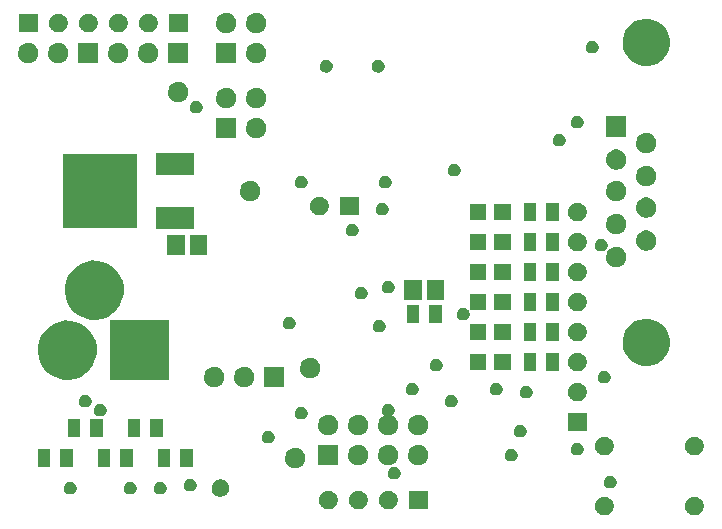
<source format=gbs>
G04 (created by PCBNEW (2013-mar-13)-testing) date śro, 21 sie 2013, 17:14:53*
%MOIN*%
G04 Gerber Fmt 3.4, Leading zero omitted, Abs format*
%FSLAX34Y34*%
G01*
G70*
G90*
G04 APERTURE LIST*
%ADD10C,0.005906*%
G04 APERTURE END LIST*
G54D10*
G36*
X1476Y-1635D02*
X846Y-1635D01*
X846Y-1005D01*
X1476Y-1005D01*
X1476Y-1635D01*
X1476Y-1635D01*
G37*
G36*
X1501Y-2288D02*
X1500Y-2361D01*
X1484Y-2429D01*
X1458Y-2487D01*
X1418Y-2544D01*
X1372Y-2588D01*
X1313Y-2625D01*
X1254Y-2648D01*
X1186Y-2660D01*
X1122Y-2659D01*
X1054Y-2644D01*
X996Y-2619D01*
X939Y-2579D01*
X895Y-2533D01*
X857Y-2474D01*
X833Y-2416D01*
X821Y-2347D01*
X822Y-2284D01*
X836Y-2215D01*
X861Y-2157D01*
X901Y-2099D01*
X946Y-2055D01*
X1004Y-2017D01*
X1063Y-1993D01*
X1132Y-1980D01*
X1195Y-1980D01*
X1264Y-1995D01*
X1322Y-2019D01*
X1380Y-2058D01*
X1424Y-2103D01*
X1463Y-2161D01*
X1487Y-2220D01*
X1500Y-2287D01*
X1501Y-2288D01*
X1501Y-2288D01*
G37*
G36*
X1901Y-16135D02*
X1471Y-16135D01*
X1471Y-15505D01*
X1901Y-15505D01*
X1901Y-16135D01*
X1901Y-16135D01*
G37*
G36*
X2476Y-1291D02*
X2475Y-1358D01*
X2460Y-1421D01*
X2436Y-1475D01*
X2399Y-1528D01*
X2357Y-1568D01*
X2302Y-1603D01*
X2247Y-1624D01*
X2184Y-1635D01*
X2125Y-1634D01*
X2062Y-1620D01*
X2008Y-1597D01*
X1955Y-1560D01*
X1914Y-1518D01*
X1879Y-1463D01*
X1858Y-1409D01*
X1846Y-1345D01*
X1847Y-1286D01*
X1860Y-1223D01*
X1883Y-1169D01*
X1920Y-1115D01*
X1962Y-1075D01*
X2016Y-1039D01*
X2070Y-1017D01*
X2134Y-1005D01*
X2192Y-1005D01*
X2256Y-1019D01*
X2310Y-1041D01*
X2364Y-1078D01*
X2405Y-1119D01*
X2441Y-1173D01*
X2463Y-1227D01*
X2463Y-1229D01*
X2476Y-1291D01*
X2476Y-1291D01*
G37*
G36*
X2501Y-2288D02*
X2500Y-2361D01*
X2484Y-2429D01*
X2458Y-2487D01*
X2418Y-2544D01*
X2372Y-2588D01*
X2313Y-2625D01*
X2254Y-2648D01*
X2186Y-2660D01*
X2122Y-2659D01*
X2054Y-2644D01*
X1996Y-2619D01*
X1939Y-2579D01*
X1895Y-2533D01*
X1857Y-2474D01*
X1833Y-2416D01*
X1821Y-2347D01*
X1822Y-2284D01*
X1836Y-2215D01*
X1861Y-2157D01*
X1901Y-2099D01*
X1946Y-2055D01*
X2004Y-2017D01*
X2063Y-1993D01*
X2132Y-1980D01*
X2195Y-1980D01*
X2264Y-1995D01*
X2322Y-2019D01*
X2380Y-2058D01*
X2424Y-2103D01*
X2463Y-2161D01*
X2487Y-2220D01*
X2500Y-2287D01*
X2501Y-2288D01*
X2501Y-2288D01*
G37*
G36*
X2651Y-16135D02*
X2221Y-16135D01*
X2221Y-15505D01*
X2651Y-15505D01*
X2651Y-16135D01*
X2651Y-16135D01*
G37*
G36*
X2776Y-16800D02*
X2775Y-16846D01*
X2765Y-16889D01*
X2749Y-16925D01*
X2723Y-16962D01*
X2695Y-16989D01*
X2657Y-17013D01*
X2620Y-17027D01*
X2576Y-17035D01*
X2537Y-17034D01*
X2493Y-17025D01*
X2457Y-17009D01*
X2420Y-16983D01*
X2393Y-16955D01*
X2368Y-16917D01*
X2354Y-16881D01*
X2346Y-16836D01*
X2347Y-16798D01*
X2356Y-16753D01*
X2371Y-16718D01*
X2397Y-16680D01*
X2424Y-16653D01*
X2463Y-16628D01*
X2498Y-16614D01*
X2543Y-16605D01*
X2582Y-16605D01*
X2626Y-16615D01*
X2662Y-16629D01*
X2700Y-16655D01*
X2727Y-16682D01*
X2752Y-16720D01*
X2767Y-16756D01*
X2775Y-16799D01*
X2776Y-16800D01*
X2776Y-16800D01*
G37*
G36*
X2901Y-15135D02*
X2471Y-15135D01*
X2471Y-14505D01*
X2901Y-14505D01*
X2901Y-15135D01*
X2901Y-15135D01*
G37*
G36*
X3276Y-13900D02*
X3275Y-13946D01*
X3265Y-13989D01*
X3249Y-14025D01*
X3223Y-14062D01*
X3195Y-14089D01*
X3157Y-14113D01*
X3120Y-14127D01*
X3076Y-14135D01*
X3037Y-14134D01*
X2993Y-14125D01*
X2957Y-14109D01*
X2920Y-14083D01*
X2893Y-14055D01*
X2868Y-14017D01*
X2854Y-13981D01*
X2846Y-13936D01*
X2847Y-13898D01*
X2856Y-13853D01*
X2871Y-13818D01*
X2897Y-13780D01*
X2924Y-13753D01*
X2963Y-13728D01*
X2998Y-13714D01*
X3043Y-13705D01*
X3082Y-13705D01*
X3126Y-13715D01*
X3162Y-13729D01*
X3200Y-13755D01*
X3227Y-13782D01*
X3252Y-13820D01*
X3267Y-13856D01*
X3275Y-13899D01*
X3276Y-13900D01*
X3276Y-13900D01*
G37*
G36*
X3446Y-12125D02*
X3443Y-12343D01*
X3399Y-12534D01*
X3322Y-12707D01*
X3209Y-12867D01*
X3071Y-12999D01*
X2906Y-13104D01*
X2728Y-13172D01*
X2535Y-13206D01*
X2345Y-13202D01*
X2154Y-13160D01*
X1980Y-13084D01*
X1819Y-12972D01*
X1687Y-12836D01*
X1580Y-12671D01*
X1510Y-12494D01*
X1475Y-12301D01*
X1478Y-12111D01*
X1518Y-11919D01*
X1593Y-11745D01*
X1704Y-11583D01*
X1840Y-11450D01*
X2004Y-11342D01*
X2180Y-11271D01*
X2373Y-11235D01*
X2563Y-11236D01*
X2755Y-11275D01*
X2930Y-11349D01*
X3093Y-11459D01*
X3226Y-11593D01*
X3335Y-11757D01*
X3407Y-11932D01*
X3408Y-11934D01*
X3446Y-12125D01*
X3446Y-12125D01*
G37*
G36*
X3476Y-1291D02*
X3475Y-1358D01*
X3460Y-1421D01*
X3436Y-1475D01*
X3399Y-1528D01*
X3357Y-1568D01*
X3302Y-1603D01*
X3247Y-1624D01*
X3184Y-1635D01*
X3125Y-1634D01*
X3062Y-1620D01*
X3008Y-1597D01*
X2955Y-1560D01*
X2914Y-1518D01*
X2879Y-1463D01*
X2858Y-1409D01*
X2846Y-1345D01*
X2847Y-1286D01*
X2860Y-1223D01*
X2883Y-1169D01*
X2920Y-1115D01*
X2962Y-1075D01*
X3016Y-1039D01*
X3070Y-1017D01*
X3134Y-1005D01*
X3192Y-1005D01*
X3256Y-1019D01*
X3310Y-1041D01*
X3364Y-1078D01*
X3405Y-1119D01*
X3441Y-1173D01*
X3463Y-1227D01*
X3463Y-1229D01*
X3476Y-1291D01*
X3476Y-1291D01*
G37*
G36*
X3501Y-2660D02*
X2821Y-2660D01*
X2821Y-1980D01*
X3501Y-1980D01*
X3501Y-2660D01*
X3501Y-2660D01*
G37*
G36*
X3651Y-15135D02*
X3221Y-15135D01*
X3221Y-14505D01*
X3651Y-14505D01*
X3651Y-15135D01*
X3651Y-15135D01*
G37*
G36*
X3776Y-14200D02*
X3775Y-14246D01*
X3765Y-14289D01*
X3749Y-14325D01*
X3723Y-14362D01*
X3695Y-14389D01*
X3657Y-14413D01*
X3620Y-14427D01*
X3576Y-14435D01*
X3537Y-14434D01*
X3493Y-14425D01*
X3457Y-14409D01*
X3420Y-14383D01*
X3393Y-14355D01*
X3368Y-14317D01*
X3354Y-14281D01*
X3346Y-14236D01*
X3347Y-14198D01*
X3356Y-14153D01*
X3371Y-14118D01*
X3397Y-14080D01*
X3424Y-14053D01*
X3463Y-14028D01*
X3498Y-14014D01*
X3543Y-14005D01*
X3582Y-14005D01*
X3626Y-14015D01*
X3662Y-14029D01*
X3700Y-14055D01*
X3727Y-14082D01*
X3752Y-14120D01*
X3767Y-14156D01*
X3775Y-14199D01*
X3776Y-14200D01*
X3776Y-14200D01*
G37*
G36*
X3901Y-16135D02*
X3471Y-16135D01*
X3471Y-15505D01*
X3901Y-15505D01*
X3901Y-16135D01*
X3901Y-16135D01*
G37*
G36*
X4346Y-10125D02*
X4343Y-10343D01*
X4299Y-10534D01*
X4222Y-10707D01*
X4109Y-10867D01*
X3971Y-10999D01*
X3806Y-11104D01*
X3628Y-11172D01*
X3435Y-11206D01*
X3245Y-11202D01*
X3054Y-11160D01*
X2880Y-11084D01*
X2719Y-10972D01*
X2587Y-10836D01*
X2480Y-10671D01*
X2410Y-10494D01*
X2375Y-10301D01*
X2378Y-10111D01*
X2418Y-9919D01*
X2493Y-9745D01*
X2604Y-9583D01*
X2740Y-9450D01*
X2904Y-9342D01*
X3080Y-9271D01*
X3273Y-9235D01*
X3463Y-9236D01*
X3655Y-9275D01*
X3830Y-9349D01*
X3993Y-9459D01*
X4126Y-9593D01*
X4235Y-9757D01*
X4307Y-9932D01*
X4308Y-9934D01*
X4346Y-10125D01*
X4346Y-10125D01*
G37*
G36*
X4476Y-1291D02*
X4475Y-1358D01*
X4460Y-1421D01*
X4436Y-1475D01*
X4399Y-1528D01*
X4357Y-1568D01*
X4302Y-1603D01*
X4247Y-1624D01*
X4184Y-1635D01*
X4125Y-1634D01*
X4062Y-1620D01*
X4008Y-1597D01*
X3955Y-1560D01*
X3914Y-1518D01*
X3879Y-1463D01*
X3858Y-1409D01*
X3846Y-1345D01*
X3847Y-1286D01*
X3860Y-1223D01*
X3883Y-1169D01*
X3920Y-1115D01*
X3962Y-1075D01*
X4016Y-1039D01*
X4070Y-1017D01*
X4134Y-1005D01*
X4192Y-1005D01*
X4256Y-1019D01*
X4310Y-1041D01*
X4364Y-1078D01*
X4405Y-1119D01*
X4441Y-1173D01*
X4463Y-1227D01*
X4463Y-1229D01*
X4476Y-1291D01*
X4476Y-1291D01*
G37*
G36*
X4501Y-2288D02*
X4500Y-2361D01*
X4484Y-2429D01*
X4458Y-2487D01*
X4418Y-2544D01*
X4372Y-2588D01*
X4313Y-2625D01*
X4254Y-2648D01*
X4186Y-2660D01*
X4122Y-2659D01*
X4054Y-2644D01*
X3996Y-2619D01*
X3939Y-2579D01*
X3895Y-2533D01*
X3857Y-2474D01*
X3833Y-2416D01*
X3821Y-2347D01*
X3822Y-2284D01*
X3836Y-2215D01*
X3861Y-2157D01*
X3901Y-2099D01*
X3946Y-2055D01*
X4004Y-2017D01*
X4063Y-1993D01*
X4132Y-1980D01*
X4195Y-1980D01*
X4264Y-1995D01*
X4322Y-2019D01*
X4380Y-2058D01*
X4424Y-2103D01*
X4463Y-2161D01*
X4487Y-2220D01*
X4500Y-2287D01*
X4501Y-2288D01*
X4501Y-2288D01*
G37*
G36*
X4651Y-16135D02*
X4221Y-16135D01*
X4221Y-15505D01*
X4651Y-15505D01*
X4651Y-16135D01*
X4651Y-16135D01*
G37*
G36*
X4776Y-16800D02*
X4775Y-16846D01*
X4765Y-16889D01*
X4749Y-16925D01*
X4723Y-16962D01*
X4695Y-16989D01*
X4657Y-17013D01*
X4620Y-17027D01*
X4576Y-17035D01*
X4537Y-17034D01*
X4493Y-17025D01*
X4457Y-17009D01*
X4420Y-16983D01*
X4393Y-16955D01*
X4368Y-16917D01*
X4354Y-16881D01*
X4346Y-16836D01*
X4347Y-16798D01*
X4356Y-16753D01*
X4371Y-16718D01*
X4397Y-16680D01*
X4424Y-16653D01*
X4463Y-16628D01*
X4498Y-16614D01*
X4543Y-16605D01*
X4582Y-16605D01*
X4626Y-16615D01*
X4662Y-16629D01*
X4700Y-16655D01*
X4727Y-16682D01*
X4752Y-16720D01*
X4767Y-16756D01*
X4775Y-16799D01*
X4776Y-16800D01*
X4776Y-16800D01*
G37*
G36*
X4801Y-8160D02*
X2321Y-8160D01*
X2321Y-5680D01*
X4801Y-5680D01*
X4801Y-8160D01*
X4801Y-8160D01*
G37*
G36*
X4901Y-15135D02*
X4471Y-15135D01*
X4471Y-14505D01*
X4901Y-14505D01*
X4901Y-15135D01*
X4901Y-15135D01*
G37*
G36*
X5476Y-1291D02*
X5475Y-1358D01*
X5460Y-1421D01*
X5436Y-1475D01*
X5399Y-1528D01*
X5357Y-1568D01*
X5302Y-1603D01*
X5247Y-1624D01*
X5184Y-1635D01*
X5125Y-1634D01*
X5062Y-1620D01*
X5008Y-1597D01*
X4955Y-1560D01*
X4914Y-1518D01*
X4879Y-1463D01*
X4858Y-1409D01*
X4846Y-1345D01*
X4847Y-1286D01*
X4860Y-1223D01*
X4883Y-1169D01*
X4920Y-1115D01*
X4962Y-1075D01*
X5016Y-1039D01*
X5070Y-1017D01*
X5134Y-1005D01*
X5192Y-1005D01*
X5256Y-1019D01*
X5310Y-1041D01*
X5364Y-1078D01*
X5405Y-1119D01*
X5441Y-1173D01*
X5463Y-1227D01*
X5463Y-1229D01*
X5476Y-1291D01*
X5476Y-1291D01*
G37*
G36*
X5501Y-2288D02*
X5500Y-2361D01*
X5484Y-2429D01*
X5458Y-2487D01*
X5418Y-2544D01*
X5372Y-2588D01*
X5313Y-2625D01*
X5254Y-2648D01*
X5186Y-2660D01*
X5122Y-2659D01*
X5054Y-2644D01*
X4996Y-2619D01*
X4939Y-2579D01*
X4895Y-2533D01*
X4857Y-2474D01*
X4833Y-2416D01*
X4821Y-2347D01*
X4822Y-2284D01*
X4836Y-2215D01*
X4861Y-2157D01*
X4901Y-2099D01*
X4946Y-2055D01*
X5004Y-2017D01*
X5063Y-1993D01*
X5132Y-1980D01*
X5195Y-1980D01*
X5264Y-1995D01*
X5322Y-2019D01*
X5380Y-2058D01*
X5424Y-2103D01*
X5463Y-2161D01*
X5487Y-2220D01*
X5500Y-2287D01*
X5501Y-2288D01*
X5501Y-2288D01*
G37*
G36*
X5651Y-15135D02*
X5221Y-15135D01*
X5221Y-14505D01*
X5651Y-14505D01*
X5651Y-15135D01*
X5651Y-15135D01*
G37*
G36*
X5776Y-16800D02*
X5775Y-16846D01*
X5765Y-16889D01*
X5749Y-16925D01*
X5723Y-16962D01*
X5695Y-16989D01*
X5657Y-17013D01*
X5620Y-17027D01*
X5576Y-17035D01*
X5537Y-17034D01*
X5493Y-17025D01*
X5457Y-17009D01*
X5420Y-16983D01*
X5393Y-16955D01*
X5368Y-16917D01*
X5354Y-16881D01*
X5346Y-16836D01*
X5347Y-16798D01*
X5356Y-16753D01*
X5371Y-16718D01*
X5397Y-16680D01*
X5424Y-16653D01*
X5463Y-16628D01*
X5498Y-16614D01*
X5543Y-16605D01*
X5582Y-16605D01*
X5626Y-16615D01*
X5662Y-16629D01*
X5700Y-16655D01*
X5727Y-16682D01*
X5752Y-16720D01*
X5767Y-16756D01*
X5775Y-16799D01*
X5776Y-16800D01*
X5776Y-16800D01*
G37*
G36*
X5846Y-13205D02*
X3876Y-13205D01*
X3876Y-11235D01*
X5846Y-11235D01*
X5846Y-13205D01*
X5846Y-13205D01*
G37*
G36*
X5901Y-16135D02*
X5471Y-16135D01*
X5471Y-15505D01*
X5901Y-15505D01*
X5901Y-16135D01*
X5901Y-16135D01*
G37*
G36*
X6382Y-9055D02*
X5790Y-9055D01*
X5790Y-8385D01*
X6382Y-8385D01*
X6382Y-9055D01*
X6382Y-9055D01*
G37*
G36*
X6476Y-1635D02*
X5846Y-1635D01*
X5846Y-1005D01*
X6476Y-1005D01*
X6476Y-1635D01*
X6476Y-1635D01*
G37*
G36*
X6501Y-3588D02*
X6500Y-3661D01*
X6484Y-3729D01*
X6458Y-3787D01*
X6418Y-3844D01*
X6372Y-3888D01*
X6313Y-3925D01*
X6254Y-3948D01*
X6186Y-3960D01*
X6122Y-3959D01*
X6054Y-3944D01*
X5996Y-3919D01*
X5939Y-3879D01*
X5895Y-3833D01*
X5857Y-3774D01*
X5833Y-3716D01*
X5821Y-3647D01*
X5822Y-3584D01*
X5836Y-3515D01*
X5861Y-3457D01*
X5901Y-3399D01*
X5946Y-3355D01*
X6004Y-3317D01*
X6063Y-3293D01*
X6132Y-3280D01*
X6195Y-3280D01*
X6264Y-3295D01*
X6322Y-3319D01*
X6380Y-3358D01*
X6424Y-3403D01*
X6463Y-3461D01*
X6487Y-3520D01*
X6500Y-3587D01*
X6501Y-3588D01*
X6501Y-3588D01*
G37*
G36*
X6501Y-2660D02*
X5821Y-2660D01*
X5821Y-1980D01*
X6501Y-1980D01*
X6501Y-2660D01*
X6501Y-2660D01*
G37*
G36*
X6651Y-16135D02*
X6221Y-16135D01*
X6221Y-15505D01*
X6651Y-15505D01*
X6651Y-16135D01*
X6651Y-16135D01*
G37*
G36*
X6701Y-6385D02*
X5421Y-6385D01*
X5421Y-5655D01*
X6701Y-5655D01*
X6701Y-6385D01*
X6701Y-6385D01*
G37*
G36*
X6701Y-8185D02*
X5421Y-8185D01*
X5421Y-7455D01*
X6701Y-7455D01*
X6701Y-8185D01*
X6701Y-8185D01*
G37*
G36*
X6776Y-16700D02*
X6775Y-16746D01*
X6765Y-16789D01*
X6749Y-16825D01*
X6723Y-16862D01*
X6695Y-16889D01*
X6657Y-16913D01*
X6620Y-16927D01*
X6576Y-16935D01*
X6537Y-16934D01*
X6493Y-16925D01*
X6457Y-16909D01*
X6420Y-16883D01*
X6393Y-16855D01*
X6368Y-16817D01*
X6354Y-16781D01*
X6346Y-16736D01*
X6347Y-16698D01*
X6356Y-16653D01*
X6371Y-16618D01*
X6397Y-16580D01*
X6424Y-16553D01*
X6463Y-16528D01*
X6498Y-16514D01*
X6543Y-16505D01*
X6582Y-16505D01*
X6626Y-16515D01*
X6662Y-16529D01*
X6700Y-16555D01*
X6727Y-16582D01*
X6752Y-16620D01*
X6767Y-16656D01*
X6775Y-16699D01*
X6776Y-16700D01*
X6776Y-16700D01*
G37*
G36*
X6976Y-4100D02*
X6975Y-4146D01*
X6965Y-4189D01*
X6949Y-4225D01*
X6923Y-4262D01*
X6895Y-4289D01*
X6857Y-4313D01*
X6820Y-4327D01*
X6776Y-4335D01*
X6737Y-4334D01*
X6693Y-4325D01*
X6657Y-4309D01*
X6620Y-4283D01*
X6593Y-4255D01*
X6568Y-4217D01*
X6554Y-4181D01*
X6546Y-4136D01*
X6547Y-4098D01*
X6556Y-4053D01*
X6571Y-4018D01*
X6597Y-3980D01*
X6624Y-3953D01*
X6663Y-3928D01*
X6698Y-3914D01*
X6743Y-3905D01*
X6782Y-3905D01*
X6826Y-3915D01*
X6862Y-3929D01*
X6900Y-3955D01*
X6927Y-3982D01*
X6952Y-4020D01*
X6967Y-4056D01*
X6975Y-4099D01*
X6976Y-4100D01*
X6976Y-4100D01*
G37*
G36*
X7132Y-9055D02*
X6540Y-9055D01*
X6540Y-8385D01*
X7132Y-8385D01*
X7132Y-9055D01*
X7132Y-9055D01*
G37*
G36*
X7701Y-13088D02*
X7700Y-13161D01*
X7684Y-13229D01*
X7658Y-13287D01*
X7618Y-13344D01*
X7572Y-13388D01*
X7513Y-13425D01*
X7454Y-13448D01*
X7386Y-13460D01*
X7322Y-13459D01*
X7254Y-13444D01*
X7196Y-13419D01*
X7139Y-13379D01*
X7095Y-13333D01*
X7057Y-13274D01*
X7033Y-13216D01*
X7021Y-13147D01*
X7022Y-13084D01*
X7036Y-13015D01*
X7061Y-12957D01*
X7101Y-12899D01*
X7146Y-12855D01*
X7204Y-12817D01*
X7263Y-12793D01*
X7332Y-12780D01*
X7395Y-12780D01*
X7464Y-12795D01*
X7522Y-12819D01*
X7580Y-12858D01*
X7624Y-12903D01*
X7663Y-12961D01*
X7687Y-13020D01*
X7700Y-13087D01*
X7701Y-13088D01*
X7701Y-13088D01*
G37*
G36*
X7851Y-16793D02*
X7850Y-16855D01*
X7837Y-16913D01*
X7815Y-16962D01*
X7780Y-17011D01*
X7741Y-17048D01*
X7691Y-17080D01*
X7641Y-17100D01*
X7582Y-17110D01*
X7528Y-17109D01*
X7470Y-17096D01*
X7420Y-17075D01*
X7371Y-17040D01*
X7334Y-17002D01*
X7301Y-16952D01*
X7282Y-16902D01*
X7271Y-16843D01*
X7272Y-16789D01*
X7284Y-16730D01*
X7305Y-16681D01*
X7339Y-16632D01*
X7377Y-16594D01*
X7428Y-16561D01*
X7477Y-16541D01*
X7536Y-16530D01*
X7590Y-16530D01*
X7649Y-16543D01*
X7698Y-16563D01*
X7748Y-16597D01*
X7785Y-16635D01*
X7819Y-16685D01*
X7839Y-16734D01*
X7851Y-16793D01*
X7851Y-16793D01*
G37*
G36*
X8101Y-1288D02*
X8100Y-1361D01*
X8084Y-1429D01*
X8058Y-1487D01*
X8018Y-1544D01*
X7972Y-1588D01*
X7913Y-1625D01*
X7854Y-1648D01*
X7786Y-1660D01*
X7722Y-1659D01*
X7654Y-1644D01*
X7596Y-1619D01*
X7539Y-1579D01*
X7495Y-1533D01*
X7457Y-1474D01*
X7433Y-1416D01*
X7421Y-1347D01*
X7422Y-1284D01*
X7436Y-1215D01*
X7461Y-1157D01*
X7501Y-1099D01*
X7546Y-1055D01*
X7604Y-1017D01*
X7663Y-993D01*
X7732Y-980D01*
X7795Y-980D01*
X7864Y-995D01*
X7922Y-1019D01*
X7980Y-1058D01*
X8024Y-1103D01*
X8063Y-1161D01*
X8087Y-1220D01*
X8100Y-1287D01*
X8101Y-1288D01*
X8101Y-1288D01*
G37*
G36*
X8101Y-3788D02*
X8100Y-3861D01*
X8084Y-3929D01*
X8058Y-3987D01*
X8018Y-4044D01*
X7972Y-4088D01*
X7913Y-4125D01*
X7854Y-4148D01*
X7786Y-4160D01*
X7722Y-4159D01*
X7654Y-4144D01*
X7596Y-4119D01*
X7539Y-4079D01*
X7495Y-4033D01*
X7457Y-3974D01*
X7433Y-3916D01*
X7421Y-3847D01*
X7422Y-3784D01*
X7436Y-3715D01*
X7461Y-3657D01*
X7501Y-3599D01*
X7546Y-3555D01*
X7604Y-3517D01*
X7663Y-3493D01*
X7732Y-3480D01*
X7795Y-3480D01*
X7864Y-3495D01*
X7922Y-3519D01*
X7980Y-3558D01*
X8024Y-3603D01*
X8063Y-3661D01*
X8087Y-3720D01*
X8100Y-3787D01*
X8101Y-3788D01*
X8101Y-3788D01*
G37*
G36*
X8101Y-2660D02*
X7421Y-2660D01*
X7421Y-1980D01*
X8101Y-1980D01*
X8101Y-2660D01*
X8101Y-2660D01*
G37*
G36*
X8101Y-5160D02*
X7421Y-5160D01*
X7421Y-4480D01*
X8101Y-4480D01*
X8101Y-5160D01*
X8101Y-5160D01*
G37*
G36*
X8701Y-13088D02*
X8700Y-13161D01*
X8684Y-13229D01*
X8658Y-13287D01*
X8618Y-13344D01*
X8572Y-13388D01*
X8513Y-13425D01*
X8454Y-13448D01*
X8386Y-13460D01*
X8322Y-13459D01*
X8254Y-13444D01*
X8196Y-13419D01*
X8139Y-13379D01*
X8095Y-13333D01*
X8057Y-13274D01*
X8033Y-13216D01*
X8021Y-13147D01*
X8022Y-13084D01*
X8036Y-13015D01*
X8061Y-12957D01*
X8101Y-12899D01*
X8146Y-12855D01*
X8204Y-12817D01*
X8263Y-12793D01*
X8332Y-12780D01*
X8395Y-12780D01*
X8464Y-12795D01*
X8522Y-12819D01*
X8580Y-12858D01*
X8624Y-12903D01*
X8663Y-12961D01*
X8687Y-13020D01*
X8700Y-13087D01*
X8701Y-13088D01*
X8701Y-13088D01*
G37*
G36*
X8901Y-6888D02*
X8900Y-6961D01*
X8884Y-7029D01*
X8858Y-7087D01*
X8818Y-7144D01*
X8772Y-7188D01*
X8713Y-7225D01*
X8654Y-7248D01*
X8586Y-7260D01*
X8522Y-7259D01*
X8454Y-7244D01*
X8396Y-7219D01*
X8339Y-7179D01*
X8295Y-7133D01*
X8257Y-7074D01*
X8233Y-7016D01*
X8221Y-6947D01*
X8222Y-6884D01*
X8236Y-6815D01*
X8261Y-6757D01*
X8301Y-6699D01*
X8346Y-6655D01*
X8404Y-6617D01*
X8463Y-6593D01*
X8532Y-6580D01*
X8595Y-6580D01*
X8664Y-6595D01*
X8722Y-6619D01*
X8780Y-6658D01*
X8824Y-6703D01*
X8863Y-6761D01*
X8887Y-6820D01*
X8900Y-6887D01*
X8901Y-6888D01*
X8901Y-6888D01*
G37*
G36*
X9101Y-1288D02*
X9100Y-1361D01*
X9084Y-1429D01*
X9058Y-1487D01*
X9018Y-1544D01*
X8972Y-1588D01*
X8913Y-1625D01*
X8854Y-1648D01*
X8786Y-1660D01*
X8722Y-1659D01*
X8654Y-1644D01*
X8596Y-1619D01*
X8539Y-1579D01*
X8495Y-1533D01*
X8457Y-1474D01*
X8433Y-1416D01*
X8421Y-1347D01*
X8422Y-1284D01*
X8436Y-1215D01*
X8461Y-1157D01*
X8501Y-1099D01*
X8546Y-1055D01*
X8604Y-1017D01*
X8663Y-993D01*
X8732Y-980D01*
X8795Y-980D01*
X8864Y-995D01*
X8922Y-1019D01*
X8980Y-1058D01*
X9024Y-1103D01*
X9063Y-1161D01*
X9087Y-1220D01*
X9100Y-1287D01*
X9101Y-1288D01*
X9101Y-1288D01*
G37*
G36*
X9101Y-2288D02*
X9100Y-2361D01*
X9084Y-2429D01*
X9058Y-2487D01*
X9018Y-2544D01*
X8972Y-2588D01*
X8913Y-2625D01*
X8854Y-2648D01*
X8786Y-2660D01*
X8722Y-2659D01*
X8654Y-2644D01*
X8596Y-2619D01*
X8539Y-2579D01*
X8495Y-2533D01*
X8457Y-2474D01*
X8433Y-2416D01*
X8421Y-2347D01*
X8422Y-2284D01*
X8436Y-2215D01*
X8461Y-2157D01*
X8501Y-2099D01*
X8546Y-2055D01*
X8604Y-2017D01*
X8663Y-1993D01*
X8732Y-1980D01*
X8795Y-1980D01*
X8864Y-1995D01*
X8922Y-2019D01*
X8980Y-2058D01*
X9024Y-2103D01*
X9063Y-2161D01*
X9087Y-2220D01*
X9100Y-2287D01*
X9101Y-2288D01*
X9101Y-2288D01*
G37*
G36*
X9101Y-3788D02*
X9100Y-3861D01*
X9084Y-3929D01*
X9058Y-3987D01*
X9018Y-4044D01*
X8972Y-4088D01*
X8913Y-4125D01*
X8854Y-4148D01*
X8786Y-4160D01*
X8722Y-4159D01*
X8654Y-4144D01*
X8596Y-4119D01*
X8539Y-4079D01*
X8495Y-4033D01*
X8457Y-3974D01*
X8433Y-3916D01*
X8421Y-3847D01*
X8422Y-3784D01*
X8436Y-3715D01*
X8461Y-3657D01*
X8501Y-3599D01*
X8546Y-3555D01*
X8604Y-3517D01*
X8663Y-3493D01*
X8732Y-3480D01*
X8795Y-3480D01*
X8864Y-3495D01*
X8922Y-3519D01*
X8980Y-3558D01*
X9024Y-3603D01*
X9063Y-3661D01*
X9087Y-3720D01*
X9100Y-3787D01*
X9101Y-3788D01*
X9101Y-3788D01*
G37*
G36*
X9101Y-4788D02*
X9100Y-4861D01*
X9084Y-4929D01*
X9058Y-4987D01*
X9018Y-5044D01*
X8972Y-5088D01*
X8913Y-5125D01*
X8854Y-5148D01*
X8786Y-5160D01*
X8722Y-5159D01*
X8654Y-5144D01*
X8596Y-5119D01*
X8539Y-5079D01*
X8495Y-5033D01*
X8457Y-4974D01*
X8433Y-4916D01*
X8421Y-4847D01*
X8422Y-4784D01*
X8436Y-4715D01*
X8461Y-4657D01*
X8501Y-4599D01*
X8546Y-4555D01*
X8604Y-4517D01*
X8663Y-4493D01*
X8732Y-4480D01*
X8795Y-4480D01*
X8864Y-4495D01*
X8922Y-4519D01*
X8980Y-4558D01*
X9024Y-4603D01*
X9063Y-4661D01*
X9087Y-4720D01*
X9100Y-4787D01*
X9101Y-4788D01*
X9101Y-4788D01*
G37*
G36*
X9376Y-15100D02*
X9375Y-15146D01*
X9365Y-15189D01*
X9349Y-15225D01*
X9323Y-15262D01*
X9295Y-15289D01*
X9257Y-15313D01*
X9220Y-15327D01*
X9176Y-15335D01*
X9137Y-15334D01*
X9093Y-15325D01*
X9057Y-15309D01*
X9020Y-15283D01*
X8993Y-15255D01*
X8968Y-15217D01*
X8954Y-15181D01*
X8946Y-15136D01*
X8947Y-15098D01*
X8956Y-15053D01*
X8971Y-15018D01*
X8997Y-14980D01*
X9024Y-14953D01*
X9063Y-14928D01*
X9098Y-14914D01*
X9143Y-14905D01*
X9182Y-14905D01*
X9226Y-14915D01*
X9262Y-14929D01*
X9300Y-14955D01*
X9327Y-14982D01*
X9352Y-15020D01*
X9367Y-15056D01*
X9375Y-15099D01*
X9376Y-15100D01*
X9376Y-15100D01*
G37*
G36*
X9701Y-13460D02*
X9021Y-13460D01*
X9021Y-12780D01*
X9701Y-12780D01*
X9701Y-13460D01*
X9701Y-13460D01*
G37*
G36*
X10076Y-11300D02*
X10075Y-11346D01*
X10065Y-11389D01*
X10049Y-11425D01*
X10023Y-11462D01*
X9995Y-11489D01*
X9957Y-11513D01*
X9920Y-11527D01*
X9876Y-11535D01*
X9837Y-11534D01*
X9793Y-11525D01*
X9757Y-11509D01*
X9720Y-11483D01*
X9693Y-11455D01*
X9668Y-11417D01*
X9654Y-11381D01*
X9646Y-11336D01*
X9647Y-11298D01*
X9656Y-11253D01*
X9671Y-11218D01*
X9697Y-11180D01*
X9724Y-11153D01*
X9763Y-11128D01*
X9798Y-11114D01*
X9843Y-11105D01*
X9882Y-11105D01*
X9926Y-11115D01*
X9962Y-11129D01*
X10000Y-11155D01*
X10027Y-11182D01*
X10052Y-11220D01*
X10067Y-11256D01*
X10075Y-11299D01*
X10076Y-11300D01*
X10076Y-11300D01*
G37*
G36*
X10401Y-15788D02*
X10400Y-15861D01*
X10384Y-15929D01*
X10358Y-15987D01*
X10318Y-16044D01*
X10272Y-16088D01*
X10213Y-16125D01*
X10154Y-16148D01*
X10086Y-16160D01*
X10022Y-16159D01*
X9954Y-16144D01*
X9896Y-16119D01*
X9839Y-16079D01*
X9795Y-16033D01*
X9757Y-15974D01*
X9733Y-15916D01*
X9721Y-15847D01*
X9722Y-15784D01*
X9736Y-15715D01*
X9761Y-15657D01*
X9801Y-15599D01*
X9846Y-15555D01*
X9904Y-15517D01*
X9963Y-15493D01*
X10032Y-15480D01*
X10095Y-15480D01*
X10164Y-15495D01*
X10222Y-15519D01*
X10280Y-15558D01*
X10324Y-15603D01*
X10363Y-15661D01*
X10387Y-15720D01*
X10400Y-15787D01*
X10401Y-15788D01*
X10401Y-15788D01*
G37*
G36*
X10476Y-6600D02*
X10475Y-6646D01*
X10465Y-6689D01*
X10449Y-6725D01*
X10423Y-6762D01*
X10395Y-6789D01*
X10357Y-6813D01*
X10320Y-6827D01*
X10276Y-6835D01*
X10237Y-6834D01*
X10193Y-6825D01*
X10157Y-6809D01*
X10120Y-6783D01*
X10093Y-6755D01*
X10068Y-6717D01*
X10054Y-6681D01*
X10046Y-6636D01*
X10047Y-6598D01*
X10056Y-6553D01*
X10071Y-6518D01*
X10097Y-6480D01*
X10124Y-6453D01*
X10163Y-6428D01*
X10198Y-6414D01*
X10243Y-6405D01*
X10282Y-6405D01*
X10326Y-6415D01*
X10362Y-6429D01*
X10400Y-6455D01*
X10427Y-6482D01*
X10452Y-6520D01*
X10467Y-6556D01*
X10475Y-6599D01*
X10476Y-6600D01*
X10476Y-6600D01*
G37*
G36*
X10476Y-14300D02*
X10475Y-14346D01*
X10465Y-14389D01*
X10449Y-14425D01*
X10423Y-14462D01*
X10395Y-14489D01*
X10357Y-14513D01*
X10320Y-14527D01*
X10276Y-14535D01*
X10237Y-14534D01*
X10193Y-14525D01*
X10157Y-14509D01*
X10120Y-14483D01*
X10093Y-14455D01*
X10068Y-14417D01*
X10054Y-14381D01*
X10046Y-14336D01*
X10047Y-14298D01*
X10056Y-14253D01*
X10071Y-14218D01*
X10097Y-14180D01*
X10124Y-14153D01*
X10163Y-14128D01*
X10198Y-14114D01*
X10243Y-14105D01*
X10282Y-14105D01*
X10326Y-14115D01*
X10362Y-14129D01*
X10400Y-14155D01*
X10427Y-14182D01*
X10452Y-14220D01*
X10467Y-14256D01*
X10475Y-14299D01*
X10476Y-14300D01*
X10476Y-14300D01*
G37*
G36*
X10901Y-12788D02*
X10900Y-12861D01*
X10884Y-12929D01*
X10858Y-12987D01*
X10818Y-13044D01*
X10772Y-13088D01*
X10713Y-13125D01*
X10654Y-13148D01*
X10586Y-13160D01*
X10522Y-13159D01*
X10454Y-13144D01*
X10396Y-13119D01*
X10339Y-13079D01*
X10295Y-13033D01*
X10257Y-12974D01*
X10233Y-12916D01*
X10221Y-12847D01*
X10222Y-12784D01*
X10236Y-12715D01*
X10261Y-12657D01*
X10301Y-12599D01*
X10346Y-12555D01*
X10404Y-12517D01*
X10463Y-12493D01*
X10532Y-12480D01*
X10595Y-12480D01*
X10664Y-12495D01*
X10722Y-12519D01*
X10780Y-12558D01*
X10824Y-12603D01*
X10863Y-12661D01*
X10887Y-12720D01*
X10900Y-12787D01*
X10901Y-12788D01*
X10901Y-12788D01*
G37*
G36*
X11176Y-7391D02*
X11175Y-7458D01*
X11160Y-7521D01*
X11136Y-7575D01*
X11099Y-7628D01*
X11057Y-7668D01*
X11002Y-7703D01*
X10947Y-7724D01*
X10884Y-7735D01*
X10825Y-7734D01*
X10762Y-7720D01*
X10708Y-7697D01*
X10655Y-7660D01*
X10614Y-7618D01*
X10579Y-7563D01*
X10558Y-7509D01*
X10546Y-7445D01*
X10547Y-7386D01*
X10560Y-7323D01*
X10583Y-7269D01*
X10620Y-7215D01*
X10662Y-7175D01*
X10716Y-7139D01*
X10770Y-7117D01*
X10834Y-7105D01*
X10892Y-7105D01*
X10956Y-7119D01*
X11010Y-7141D01*
X11064Y-7178D01*
X11105Y-7219D01*
X11141Y-7273D01*
X11163Y-7327D01*
X11163Y-7329D01*
X11176Y-7391D01*
X11176Y-7391D01*
G37*
G36*
X11312Y-2735D02*
X11311Y-2781D01*
X11301Y-2825D01*
X11285Y-2861D01*
X11259Y-2898D01*
X11230Y-2926D01*
X11192Y-2950D01*
X11155Y-2964D01*
X11110Y-2972D01*
X11071Y-2971D01*
X11026Y-2961D01*
X10990Y-2946D01*
X10953Y-2920D01*
X10925Y-2891D01*
X10901Y-2853D01*
X10886Y-2817D01*
X10878Y-2772D01*
X10879Y-2732D01*
X10888Y-2688D01*
X10903Y-2652D01*
X10929Y-2614D01*
X10957Y-2586D01*
X10996Y-2561D01*
X11032Y-2547D01*
X11077Y-2538D01*
X11116Y-2538D01*
X11161Y-2548D01*
X11197Y-2563D01*
X11235Y-2588D01*
X11262Y-2616D01*
X11288Y-2654D01*
X11303Y-2690D01*
X11312Y-2735D01*
X11312Y-2735D01*
G37*
G36*
X11476Y-17191D02*
X11475Y-17258D01*
X11460Y-17321D01*
X11436Y-17375D01*
X11399Y-17428D01*
X11357Y-17468D01*
X11302Y-17503D01*
X11247Y-17524D01*
X11184Y-17535D01*
X11125Y-17534D01*
X11062Y-17520D01*
X11008Y-17497D01*
X10955Y-17460D01*
X10914Y-17418D01*
X10879Y-17363D01*
X10858Y-17309D01*
X10846Y-17245D01*
X10847Y-17186D01*
X10860Y-17123D01*
X10883Y-17069D01*
X10920Y-17015D01*
X10962Y-16975D01*
X11016Y-16939D01*
X11070Y-16917D01*
X11134Y-16905D01*
X11192Y-16905D01*
X11256Y-16919D01*
X11310Y-16941D01*
X11364Y-16978D01*
X11405Y-17019D01*
X11441Y-17073D01*
X11463Y-17127D01*
X11463Y-17129D01*
X11476Y-17191D01*
X11476Y-17191D01*
G37*
G36*
X11501Y-14688D02*
X11500Y-14761D01*
X11484Y-14829D01*
X11458Y-14887D01*
X11418Y-14944D01*
X11372Y-14988D01*
X11313Y-15025D01*
X11254Y-15048D01*
X11186Y-15060D01*
X11122Y-15059D01*
X11054Y-15044D01*
X10996Y-15019D01*
X10939Y-14979D01*
X10895Y-14933D01*
X10857Y-14874D01*
X10833Y-14816D01*
X10821Y-14747D01*
X10822Y-14684D01*
X10836Y-14615D01*
X10861Y-14557D01*
X10901Y-14499D01*
X10946Y-14455D01*
X11004Y-14417D01*
X11063Y-14393D01*
X11132Y-14380D01*
X11195Y-14380D01*
X11264Y-14395D01*
X11322Y-14419D01*
X11380Y-14458D01*
X11424Y-14503D01*
X11463Y-14561D01*
X11487Y-14620D01*
X11500Y-14687D01*
X11501Y-14688D01*
X11501Y-14688D01*
G37*
G36*
X11501Y-16060D02*
X10821Y-16060D01*
X10821Y-15380D01*
X11501Y-15380D01*
X11501Y-16060D01*
X11501Y-16060D01*
G37*
G36*
X12176Y-8200D02*
X12175Y-8246D01*
X12165Y-8289D01*
X12149Y-8325D01*
X12123Y-8362D01*
X12095Y-8389D01*
X12057Y-8413D01*
X12020Y-8427D01*
X11976Y-8435D01*
X11937Y-8434D01*
X11893Y-8425D01*
X11857Y-8409D01*
X11820Y-8383D01*
X11793Y-8355D01*
X11768Y-8317D01*
X11754Y-8281D01*
X11746Y-8236D01*
X11747Y-8198D01*
X11756Y-8153D01*
X11771Y-8118D01*
X11797Y-8080D01*
X11824Y-8053D01*
X11863Y-8028D01*
X11898Y-8014D01*
X11943Y-8005D01*
X11982Y-8005D01*
X12026Y-8015D01*
X12062Y-8029D01*
X12100Y-8055D01*
X12127Y-8082D01*
X12152Y-8120D01*
X12167Y-8156D01*
X12175Y-8199D01*
X12176Y-8200D01*
X12176Y-8200D01*
G37*
G36*
X12176Y-7735D02*
X11546Y-7735D01*
X11546Y-7105D01*
X12176Y-7105D01*
X12176Y-7735D01*
X12176Y-7735D01*
G37*
G36*
X12476Y-10300D02*
X12475Y-10346D01*
X12465Y-10389D01*
X12449Y-10425D01*
X12423Y-10462D01*
X12395Y-10489D01*
X12357Y-10513D01*
X12320Y-10527D01*
X12276Y-10535D01*
X12237Y-10534D01*
X12193Y-10525D01*
X12157Y-10509D01*
X12120Y-10483D01*
X12093Y-10455D01*
X12068Y-10417D01*
X12054Y-10381D01*
X12046Y-10336D01*
X12047Y-10298D01*
X12056Y-10253D01*
X12071Y-10218D01*
X12097Y-10180D01*
X12124Y-10153D01*
X12163Y-10128D01*
X12198Y-10114D01*
X12243Y-10105D01*
X12282Y-10105D01*
X12326Y-10115D01*
X12362Y-10129D01*
X12400Y-10155D01*
X12427Y-10182D01*
X12452Y-10220D01*
X12467Y-10256D01*
X12475Y-10299D01*
X12476Y-10300D01*
X12476Y-10300D01*
G37*
G36*
X12476Y-17191D02*
X12475Y-17258D01*
X12460Y-17321D01*
X12436Y-17375D01*
X12399Y-17428D01*
X12357Y-17468D01*
X12302Y-17503D01*
X12247Y-17524D01*
X12184Y-17535D01*
X12125Y-17534D01*
X12062Y-17520D01*
X12008Y-17497D01*
X11955Y-17460D01*
X11914Y-17418D01*
X11879Y-17363D01*
X11858Y-17309D01*
X11846Y-17245D01*
X11847Y-17186D01*
X11860Y-17123D01*
X11883Y-17069D01*
X11920Y-17015D01*
X11962Y-16975D01*
X12016Y-16939D01*
X12070Y-16917D01*
X12134Y-16905D01*
X12192Y-16905D01*
X12256Y-16919D01*
X12310Y-16941D01*
X12364Y-16978D01*
X12405Y-17019D01*
X12441Y-17073D01*
X12463Y-17127D01*
X12463Y-17129D01*
X12476Y-17191D01*
X12476Y-17191D01*
G37*
G36*
X12501Y-14688D02*
X12500Y-14761D01*
X12484Y-14829D01*
X12458Y-14887D01*
X12418Y-14944D01*
X12372Y-14988D01*
X12313Y-15025D01*
X12254Y-15048D01*
X12186Y-15060D01*
X12122Y-15059D01*
X12054Y-15044D01*
X11996Y-15019D01*
X11939Y-14979D01*
X11895Y-14933D01*
X11857Y-14874D01*
X11833Y-14816D01*
X11821Y-14747D01*
X11822Y-14684D01*
X11836Y-14615D01*
X11861Y-14557D01*
X11901Y-14499D01*
X11946Y-14455D01*
X12004Y-14417D01*
X12063Y-14393D01*
X12132Y-14380D01*
X12195Y-14380D01*
X12264Y-14395D01*
X12322Y-14419D01*
X12380Y-14458D01*
X12424Y-14503D01*
X12463Y-14561D01*
X12487Y-14620D01*
X12500Y-14687D01*
X12501Y-14688D01*
X12501Y-14688D01*
G37*
G36*
X12501Y-15688D02*
X12500Y-15761D01*
X12484Y-15829D01*
X12458Y-15887D01*
X12418Y-15944D01*
X12372Y-15988D01*
X12313Y-16025D01*
X12254Y-16048D01*
X12186Y-16060D01*
X12122Y-16059D01*
X12054Y-16044D01*
X11996Y-16019D01*
X11939Y-15979D01*
X11895Y-15933D01*
X11857Y-15874D01*
X11833Y-15816D01*
X11821Y-15747D01*
X11822Y-15684D01*
X11836Y-15615D01*
X11861Y-15557D01*
X11901Y-15499D01*
X11946Y-15455D01*
X12004Y-15417D01*
X12063Y-15393D01*
X12132Y-15380D01*
X12195Y-15380D01*
X12264Y-15395D01*
X12322Y-15419D01*
X12380Y-15458D01*
X12424Y-15503D01*
X12463Y-15561D01*
X12487Y-15620D01*
X12500Y-15687D01*
X12501Y-15688D01*
X12501Y-15688D01*
G37*
G36*
X13044Y-2735D02*
X13043Y-2781D01*
X13033Y-2825D01*
X13017Y-2861D01*
X12991Y-2898D01*
X12962Y-2926D01*
X12924Y-2950D01*
X12887Y-2964D01*
X12842Y-2972D01*
X12803Y-2971D01*
X12758Y-2961D01*
X12722Y-2946D01*
X12685Y-2920D01*
X12657Y-2891D01*
X12633Y-2853D01*
X12618Y-2817D01*
X12610Y-2772D01*
X12611Y-2732D01*
X12620Y-2688D01*
X12635Y-2652D01*
X12661Y-2614D01*
X12689Y-2586D01*
X12728Y-2561D01*
X12764Y-2547D01*
X12809Y-2538D01*
X12848Y-2538D01*
X12893Y-2548D01*
X12929Y-2563D01*
X12967Y-2588D01*
X12994Y-2616D01*
X13020Y-2654D01*
X13035Y-2690D01*
X13044Y-2735D01*
X13044Y-2735D01*
G37*
G36*
X13076Y-11400D02*
X13075Y-11446D01*
X13065Y-11489D01*
X13049Y-11525D01*
X13023Y-11562D01*
X12995Y-11589D01*
X12957Y-11613D01*
X12920Y-11627D01*
X12876Y-11635D01*
X12837Y-11634D01*
X12793Y-11625D01*
X12757Y-11609D01*
X12720Y-11583D01*
X12693Y-11555D01*
X12668Y-11517D01*
X12654Y-11481D01*
X12646Y-11436D01*
X12647Y-11398D01*
X12656Y-11353D01*
X12671Y-11318D01*
X12697Y-11280D01*
X12724Y-11253D01*
X12763Y-11228D01*
X12798Y-11214D01*
X12843Y-11205D01*
X12882Y-11205D01*
X12926Y-11215D01*
X12962Y-11229D01*
X13000Y-11255D01*
X13027Y-11282D01*
X13052Y-11320D01*
X13067Y-11356D01*
X13075Y-11399D01*
X13076Y-11400D01*
X13076Y-11400D01*
G37*
G36*
X13176Y-7500D02*
X13175Y-7546D01*
X13165Y-7589D01*
X13149Y-7625D01*
X13123Y-7662D01*
X13095Y-7689D01*
X13057Y-7713D01*
X13020Y-7727D01*
X12976Y-7735D01*
X12937Y-7734D01*
X12893Y-7725D01*
X12857Y-7709D01*
X12820Y-7683D01*
X12793Y-7655D01*
X12768Y-7617D01*
X12754Y-7581D01*
X12746Y-7536D01*
X12747Y-7498D01*
X12756Y-7453D01*
X12771Y-7418D01*
X12797Y-7380D01*
X12824Y-7353D01*
X12863Y-7328D01*
X12898Y-7314D01*
X12943Y-7305D01*
X12982Y-7305D01*
X13026Y-7315D01*
X13062Y-7329D01*
X13100Y-7355D01*
X13127Y-7382D01*
X13152Y-7420D01*
X13167Y-7456D01*
X13175Y-7499D01*
X13176Y-7500D01*
X13176Y-7500D01*
G37*
G36*
X13276Y-6600D02*
X13275Y-6646D01*
X13265Y-6689D01*
X13249Y-6725D01*
X13223Y-6762D01*
X13195Y-6789D01*
X13157Y-6813D01*
X13120Y-6827D01*
X13076Y-6835D01*
X13037Y-6834D01*
X12993Y-6825D01*
X12957Y-6809D01*
X12920Y-6783D01*
X12893Y-6755D01*
X12868Y-6717D01*
X12854Y-6681D01*
X12846Y-6636D01*
X12847Y-6598D01*
X12856Y-6553D01*
X12871Y-6518D01*
X12897Y-6480D01*
X12924Y-6453D01*
X12963Y-6428D01*
X12998Y-6414D01*
X13043Y-6405D01*
X13082Y-6405D01*
X13126Y-6415D01*
X13162Y-6429D01*
X13200Y-6455D01*
X13227Y-6482D01*
X13252Y-6520D01*
X13267Y-6556D01*
X13275Y-6599D01*
X13276Y-6600D01*
X13276Y-6600D01*
G37*
G36*
X13376Y-10100D02*
X13375Y-10146D01*
X13365Y-10189D01*
X13349Y-10225D01*
X13323Y-10262D01*
X13295Y-10289D01*
X13257Y-10313D01*
X13220Y-10327D01*
X13176Y-10335D01*
X13137Y-10334D01*
X13093Y-10325D01*
X13057Y-10309D01*
X13020Y-10283D01*
X12993Y-10255D01*
X12968Y-10217D01*
X12954Y-10181D01*
X12946Y-10136D01*
X12947Y-10098D01*
X12956Y-10053D01*
X12971Y-10018D01*
X12997Y-9980D01*
X13024Y-9953D01*
X13063Y-9928D01*
X13098Y-9914D01*
X13143Y-9905D01*
X13182Y-9905D01*
X13226Y-9915D01*
X13262Y-9929D01*
X13300Y-9955D01*
X13327Y-9982D01*
X13352Y-10020D01*
X13367Y-10056D01*
X13375Y-10099D01*
X13376Y-10100D01*
X13376Y-10100D01*
G37*
G36*
X13476Y-17191D02*
X13475Y-17258D01*
X13460Y-17321D01*
X13436Y-17375D01*
X13399Y-17428D01*
X13357Y-17468D01*
X13302Y-17503D01*
X13247Y-17524D01*
X13184Y-17535D01*
X13125Y-17534D01*
X13062Y-17520D01*
X13008Y-17497D01*
X12955Y-17460D01*
X12914Y-17418D01*
X12879Y-17363D01*
X12858Y-17309D01*
X12846Y-17245D01*
X12847Y-17186D01*
X12860Y-17123D01*
X12883Y-17069D01*
X12920Y-17015D01*
X12962Y-16975D01*
X13016Y-16939D01*
X13070Y-16917D01*
X13134Y-16905D01*
X13192Y-16905D01*
X13256Y-16919D01*
X13310Y-16941D01*
X13364Y-16978D01*
X13405Y-17019D01*
X13441Y-17073D01*
X13463Y-17127D01*
X13463Y-17129D01*
X13476Y-17191D01*
X13476Y-17191D01*
G37*
G36*
X13501Y-14688D02*
X13500Y-14761D01*
X13484Y-14829D01*
X13458Y-14887D01*
X13418Y-14944D01*
X13372Y-14988D01*
X13313Y-15025D01*
X13254Y-15048D01*
X13186Y-15060D01*
X13122Y-15059D01*
X13054Y-15044D01*
X12996Y-15019D01*
X12939Y-14979D01*
X12895Y-14933D01*
X12857Y-14874D01*
X12833Y-14816D01*
X12821Y-14747D01*
X12822Y-14684D01*
X12836Y-14615D01*
X12861Y-14557D01*
X12901Y-14499D01*
X12946Y-14455D01*
X13004Y-14417D01*
X13009Y-14415D01*
X13016Y-14412D01*
X13022Y-14407D01*
X13024Y-14399D01*
X13024Y-14392D01*
X13022Y-14385D01*
X12993Y-14355D01*
X12968Y-14317D01*
X12954Y-14281D01*
X12946Y-14236D01*
X12947Y-14198D01*
X12956Y-14153D01*
X12971Y-14118D01*
X12997Y-14080D01*
X13024Y-14053D01*
X13063Y-14028D01*
X13098Y-14014D01*
X13143Y-14005D01*
X13182Y-14005D01*
X13226Y-14015D01*
X13262Y-14029D01*
X13300Y-14055D01*
X13327Y-14082D01*
X13352Y-14120D01*
X13367Y-14156D01*
X13375Y-14199D01*
X13376Y-14200D01*
X13375Y-14246D01*
X13365Y-14289D01*
X13349Y-14325D01*
X13323Y-14362D01*
X13305Y-14379D01*
X13300Y-14385D01*
X13297Y-14392D01*
X13297Y-14399D01*
X13300Y-14407D01*
X13305Y-14412D01*
X13322Y-14419D01*
X13380Y-14458D01*
X13424Y-14503D01*
X13463Y-14561D01*
X13487Y-14620D01*
X13500Y-14687D01*
X13501Y-14688D01*
X13501Y-14688D01*
G37*
G36*
X13501Y-15688D02*
X13500Y-15761D01*
X13484Y-15829D01*
X13458Y-15887D01*
X13418Y-15944D01*
X13372Y-15988D01*
X13313Y-16025D01*
X13254Y-16048D01*
X13186Y-16060D01*
X13122Y-16059D01*
X13054Y-16044D01*
X12996Y-16019D01*
X12939Y-15979D01*
X12895Y-15933D01*
X12857Y-15874D01*
X12833Y-15816D01*
X12821Y-15747D01*
X12822Y-15684D01*
X12836Y-15615D01*
X12861Y-15557D01*
X12901Y-15499D01*
X12946Y-15455D01*
X13004Y-15417D01*
X13063Y-15393D01*
X13132Y-15380D01*
X13195Y-15380D01*
X13264Y-15395D01*
X13322Y-15419D01*
X13380Y-15458D01*
X13424Y-15503D01*
X13463Y-15561D01*
X13487Y-15620D01*
X13500Y-15687D01*
X13501Y-15688D01*
X13501Y-15688D01*
G37*
G36*
X13576Y-16300D02*
X13575Y-16346D01*
X13565Y-16389D01*
X13549Y-16425D01*
X13523Y-16462D01*
X13495Y-16489D01*
X13457Y-16513D01*
X13420Y-16527D01*
X13376Y-16535D01*
X13337Y-16534D01*
X13293Y-16525D01*
X13257Y-16509D01*
X13220Y-16483D01*
X13193Y-16455D01*
X13168Y-16417D01*
X13154Y-16381D01*
X13146Y-16336D01*
X13147Y-16298D01*
X13156Y-16253D01*
X13171Y-16218D01*
X13197Y-16180D01*
X13224Y-16153D01*
X13263Y-16128D01*
X13298Y-16114D01*
X13343Y-16105D01*
X13382Y-16105D01*
X13426Y-16115D01*
X13462Y-16129D01*
X13500Y-16155D01*
X13527Y-16182D01*
X13552Y-16220D01*
X13567Y-16256D01*
X13575Y-16299D01*
X13576Y-16300D01*
X13576Y-16300D01*
G37*
G36*
X14176Y-13500D02*
X14175Y-13546D01*
X14165Y-13589D01*
X14149Y-13625D01*
X14123Y-13662D01*
X14095Y-13689D01*
X14057Y-13713D01*
X14020Y-13727D01*
X13976Y-13735D01*
X13937Y-13734D01*
X13893Y-13725D01*
X13857Y-13709D01*
X13820Y-13683D01*
X13793Y-13655D01*
X13768Y-13617D01*
X13754Y-13581D01*
X13746Y-13536D01*
X13747Y-13498D01*
X13756Y-13453D01*
X13771Y-13418D01*
X13797Y-13380D01*
X13824Y-13353D01*
X13863Y-13328D01*
X13898Y-13314D01*
X13943Y-13305D01*
X13982Y-13305D01*
X14026Y-13315D01*
X14062Y-13329D01*
X14100Y-13355D01*
X14127Y-13382D01*
X14152Y-13420D01*
X14167Y-13456D01*
X14175Y-13499D01*
X14176Y-13500D01*
X14176Y-13500D01*
G37*
G36*
X14201Y-11335D02*
X13771Y-11335D01*
X13771Y-10705D01*
X14201Y-10705D01*
X14201Y-11335D01*
X14201Y-11335D01*
G37*
G36*
X14282Y-10555D02*
X13690Y-10555D01*
X13690Y-9885D01*
X14282Y-9885D01*
X14282Y-10555D01*
X14282Y-10555D01*
G37*
G36*
X14476Y-17535D02*
X13846Y-17535D01*
X13846Y-16905D01*
X14476Y-16905D01*
X14476Y-17535D01*
X14476Y-17535D01*
G37*
G36*
X14501Y-14688D02*
X14500Y-14761D01*
X14484Y-14829D01*
X14458Y-14887D01*
X14418Y-14944D01*
X14372Y-14988D01*
X14313Y-15025D01*
X14254Y-15048D01*
X14186Y-15060D01*
X14122Y-15059D01*
X14054Y-15044D01*
X13996Y-15019D01*
X13939Y-14979D01*
X13895Y-14933D01*
X13857Y-14874D01*
X13833Y-14816D01*
X13821Y-14747D01*
X13822Y-14684D01*
X13836Y-14615D01*
X13861Y-14557D01*
X13901Y-14499D01*
X13946Y-14455D01*
X14004Y-14417D01*
X14063Y-14393D01*
X14132Y-14380D01*
X14195Y-14380D01*
X14264Y-14395D01*
X14322Y-14419D01*
X14380Y-14458D01*
X14424Y-14503D01*
X14463Y-14561D01*
X14487Y-14620D01*
X14500Y-14687D01*
X14501Y-14688D01*
X14501Y-14688D01*
G37*
G36*
X14501Y-15688D02*
X14500Y-15761D01*
X14484Y-15829D01*
X14458Y-15887D01*
X14418Y-15944D01*
X14372Y-15988D01*
X14313Y-16025D01*
X14254Y-16048D01*
X14186Y-16060D01*
X14122Y-16059D01*
X14054Y-16044D01*
X13996Y-16019D01*
X13939Y-15979D01*
X13895Y-15933D01*
X13857Y-15874D01*
X13833Y-15816D01*
X13821Y-15747D01*
X13822Y-15684D01*
X13836Y-15615D01*
X13861Y-15557D01*
X13901Y-15499D01*
X13946Y-15455D01*
X14004Y-15417D01*
X14063Y-15393D01*
X14132Y-15380D01*
X14195Y-15380D01*
X14264Y-15395D01*
X14322Y-15419D01*
X14380Y-15458D01*
X14424Y-15503D01*
X14463Y-15561D01*
X14487Y-15620D01*
X14500Y-15687D01*
X14501Y-15688D01*
X14501Y-15688D01*
G37*
G36*
X14951Y-11335D02*
X14521Y-11335D01*
X14521Y-10705D01*
X14951Y-10705D01*
X14951Y-11335D01*
X14951Y-11335D01*
G37*
G36*
X14976Y-12700D02*
X14975Y-12746D01*
X14965Y-12789D01*
X14949Y-12825D01*
X14923Y-12862D01*
X14895Y-12889D01*
X14857Y-12913D01*
X14820Y-12927D01*
X14776Y-12935D01*
X14737Y-12934D01*
X14693Y-12925D01*
X14657Y-12909D01*
X14620Y-12883D01*
X14593Y-12855D01*
X14568Y-12817D01*
X14554Y-12781D01*
X14546Y-12736D01*
X14547Y-12698D01*
X14556Y-12653D01*
X14571Y-12618D01*
X14597Y-12580D01*
X14624Y-12553D01*
X14663Y-12528D01*
X14698Y-12514D01*
X14743Y-12505D01*
X14782Y-12505D01*
X14826Y-12515D01*
X14862Y-12529D01*
X14900Y-12555D01*
X14927Y-12582D01*
X14952Y-12620D01*
X14967Y-12656D01*
X14975Y-12699D01*
X14976Y-12700D01*
X14976Y-12700D01*
G37*
G36*
X15032Y-10555D02*
X14440Y-10555D01*
X14440Y-9885D01*
X15032Y-9885D01*
X15032Y-10555D01*
X15032Y-10555D01*
G37*
G36*
X15476Y-13900D02*
X15475Y-13946D01*
X15465Y-13989D01*
X15449Y-14025D01*
X15423Y-14062D01*
X15395Y-14089D01*
X15357Y-14113D01*
X15320Y-14127D01*
X15276Y-14135D01*
X15237Y-14134D01*
X15193Y-14125D01*
X15157Y-14109D01*
X15120Y-14083D01*
X15093Y-14055D01*
X15068Y-14017D01*
X15054Y-13981D01*
X15046Y-13936D01*
X15047Y-13898D01*
X15056Y-13853D01*
X15071Y-13818D01*
X15097Y-13780D01*
X15124Y-13753D01*
X15163Y-13728D01*
X15198Y-13714D01*
X15243Y-13705D01*
X15282Y-13705D01*
X15326Y-13715D01*
X15362Y-13729D01*
X15400Y-13755D01*
X15427Y-13782D01*
X15452Y-13820D01*
X15467Y-13856D01*
X15475Y-13899D01*
X15476Y-13900D01*
X15476Y-13900D01*
G37*
G36*
X15576Y-6200D02*
X15575Y-6246D01*
X15565Y-6289D01*
X15549Y-6325D01*
X15523Y-6362D01*
X15495Y-6389D01*
X15457Y-6413D01*
X15420Y-6427D01*
X15376Y-6435D01*
X15337Y-6434D01*
X15293Y-6425D01*
X15257Y-6409D01*
X15220Y-6383D01*
X15193Y-6355D01*
X15168Y-6317D01*
X15154Y-6281D01*
X15146Y-6236D01*
X15147Y-6198D01*
X15156Y-6153D01*
X15171Y-6118D01*
X15197Y-6080D01*
X15224Y-6053D01*
X15263Y-6028D01*
X15298Y-6014D01*
X15343Y-6005D01*
X15382Y-6005D01*
X15426Y-6015D01*
X15462Y-6029D01*
X15500Y-6055D01*
X15527Y-6082D01*
X15552Y-6120D01*
X15567Y-6156D01*
X15575Y-6199D01*
X15576Y-6200D01*
X15576Y-6200D01*
G37*
G36*
X15876Y-11000D02*
X15875Y-11046D01*
X15865Y-11089D01*
X15849Y-11125D01*
X15823Y-11162D01*
X15795Y-11189D01*
X15757Y-11213D01*
X15720Y-11227D01*
X15676Y-11235D01*
X15637Y-11234D01*
X15593Y-11225D01*
X15557Y-11209D01*
X15520Y-11183D01*
X15493Y-11155D01*
X15468Y-11117D01*
X15454Y-11081D01*
X15446Y-11036D01*
X15447Y-10998D01*
X15456Y-10953D01*
X15471Y-10918D01*
X15497Y-10880D01*
X15524Y-10853D01*
X15563Y-10828D01*
X15598Y-10814D01*
X15643Y-10805D01*
X15682Y-10805D01*
X15726Y-10815D01*
X15762Y-10829D01*
X15800Y-10855D01*
X15827Y-10882D01*
X15836Y-10897D01*
X15842Y-10902D01*
X15849Y-10905D01*
X15854Y-10905D01*
X15852Y-10911D01*
X15852Y-10919D01*
X15867Y-10956D01*
X15875Y-10999D01*
X15876Y-11000D01*
X15876Y-11000D01*
G37*
G36*
X16424Y-7896D02*
X15872Y-7896D01*
X15872Y-7344D01*
X16424Y-7344D01*
X16424Y-7896D01*
X16424Y-7896D01*
G37*
G36*
X16424Y-8896D02*
X15872Y-8896D01*
X15872Y-8344D01*
X16424Y-8344D01*
X16424Y-8896D01*
X16424Y-8896D01*
G37*
G36*
X16424Y-9896D02*
X15872Y-9896D01*
X15872Y-9344D01*
X16424Y-9344D01*
X16424Y-9896D01*
X16424Y-9896D01*
G37*
G36*
X16424Y-10896D02*
X15875Y-10896D01*
X15870Y-10896D01*
X15872Y-10890D01*
X15872Y-10882D01*
X15872Y-10344D01*
X16424Y-10344D01*
X16424Y-10896D01*
X16424Y-10896D01*
G37*
G36*
X16424Y-11896D02*
X15872Y-11896D01*
X15872Y-11344D01*
X16424Y-11344D01*
X16424Y-11896D01*
X16424Y-11896D01*
G37*
G36*
X16424Y-12896D02*
X15872Y-12896D01*
X15872Y-12344D01*
X16424Y-12344D01*
X16424Y-12896D01*
X16424Y-12896D01*
G37*
G36*
X16976Y-13500D02*
X16975Y-13546D01*
X16965Y-13589D01*
X16949Y-13625D01*
X16923Y-13662D01*
X16895Y-13689D01*
X16857Y-13713D01*
X16820Y-13727D01*
X16776Y-13735D01*
X16737Y-13734D01*
X16693Y-13725D01*
X16657Y-13709D01*
X16620Y-13683D01*
X16593Y-13655D01*
X16568Y-13617D01*
X16554Y-13581D01*
X16546Y-13536D01*
X16547Y-13498D01*
X16556Y-13453D01*
X16571Y-13418D01*
X16597Y-13380D01*
X16624Y-13353D01*
X16663Y-13328D01*
X16698Y-13314D01*
X16743Y-13305D01*
X16782Y-13305D01*
X16826Y-13315D01*
X16862Y-13329D01*
X16900Y-13355D01*
X16927Y-13382D01*
X16952Y-13420D01*
X16967Y-13456D01*
X16975Y-13499D01*
X16976Y-13500D01*
X16976Y-13500D01*
G37*
G36*
X17250Y-7896D02*
X16698Y-7896D01*
X16698Y-7344D01*
X17250Y-7344D01*
X17250Y-7896D01*
X17250Y-7896D01*
G37*
G36*
X17250Y-8896D02*
X16698Y-8896D01*
X16698Y-8344D01*
X17250Y-8344D01*
X17250Y-8896D01*
X17250Y-8896D01*
G37*
G36*
X17250Y-9896D02*
X16698Y-9896D01*
X16698Y-9344D01*
X17250Y-9344D01*
X17250Y-9896D01*
X17250Y-9896D01*
G37*
G36*
X17250Y-10896D02*
X16698Y-10896D01*
X16698Y-10344D01*
X17250Y-10344D01*
X17250Y-10896D01*
X17250Y-10896D01*
G37*
G36*
X17250Y-11896D02*
X16698Y-11896D01*
X16698Y-11344D01*
X17250Y-11344D01*
X17250Y-11896D01*
X17250Y-11896D01*
G37*
G36*
X17250Y-12896D02*
X16698Y-12896D01*
X16698Y-12344D01*
X17250Y-12344D01*
X17250Y-12896D01*
X17250Y-12896D01*
G37*
G36*
X17476Y-15700D02*
X17475Y-15746D01*
X17465Y-15789D01*
X17449Y-15825D01*
X17423Y-15862D01*
X17395Y-15889D01*
X17357Y-15913D01*
X17320Y-15927D01*
X17276Y-15935D01*
X17237Y-15934D01*
X17193Y-15925D01*
X17157Y-15909D01*
X17120Y-15883D01*
X17093Y-15855D01*
X17068Y-15817D01*
X17054Y-15781D01*
X17046Y-15736D01*
X17047Y-15698D01*
X17056Y-15653D01*
X17071Y-15618D01*
X17097Y-15580D01*
X17124Y-15553D01*
X17163Y-15528D01*
X17198Y-15514D01*
X17243Y-15505D01*
X17282Y-15505D01*
X17326Y-15515D01*
X17362Y-15529D01*
X17400Y-15555D01*
X17427Y-15582D01*
X17452Y-15620D01*
X17467Y-15656D01*
X17475Y-15699D01*
X17476Y-15700D01*
X17476Y-15700D01*
G37*
G36*
X17776Y-14900D02*
X17775Y-14946D01*
X17765Y-14989D01*
X17749Y-15025D01*
X17723Y-15062D01*
X17695Y-15089D01*
X17657Y-15113D01*
X17620Y-15127D01*
X17576Y-15135D01*
X17537Y-15134D01*
X17493Y-15125D01*
X17457Y-15109D01*
X17420Y-15083D01*
X17393Y-15055D01*
X17368Y-15017D01*
X17354Y-14981D01*
X17346Y-14936D01*
X17347Y-14898D01*
X17356Y-14853D01*
X17371Y-14818D01*
X17397Y-14780D01*
X17424Y-14753D01*
X17463Y-14728D01*
X17498Y-14714D01*
X17543Y-14705D01*
X17582Y-14705D01*
X17626Y-14715D01*
X17662Y-14729D01*
X17700Y-14755D01*
X17727Y-14782D01*
X17752Y-14820D01*
X17767Y-14856D01*
X17775Y-14899D01*
X17776Y-14900D01*
X17776Y-14900D01*
G37*
G36*
X17976Y-13600D02*
X17975Y-13646D01*
X17965Y-13689D01*
X17949Y-13725D01*
X17923Y-13762D01*
X17895Y-13789D01*
X17857Y-13813D01*
X17820Y-13827D01*
X17776Y-13835D01*
X17737Y-13834D01*
X17693Y-13825D01*
X17657Y-13809D01*
X17620Y-13783D01*
X17593Y-13755D01*
X17568Y-13717D01*
X17554Y-13681D01*
X17546Y-13636D01*
X17547Y-13598D01*
X17556Y-13553D01*
X17571Y-13518D01*
X17597Y-13480D01*
X17624Y-13453D01*
X17663Y-13428D01*
X17698Y-13414D01*
X17743Y-13405D01*
X17782Y-13405D01*
X17826Y-13415D01*
X17862Y-13429D01*
X17900Y-13455D01*
X17927Y-13482D01*
X17952Y-13520D01*
X17967Y-13556D01*
X17975Y-13599D01*
X17976Y-13600D01*
X17976Y-13600D01*
G37*
G36*
X18101Y-7935D02*
X17671Y-7935D01*
X17671Y-7305D01*
X18101Y-7305D01*
X18101Y-7935D01*
X18101Y-7935D01*
G37*
G36*
X18101Y-8935D02*
X17671Y-8935D01*
X17671Y-8305D01*
X18101Y-8305D01*
X18101Y-8935D01*
X18101Y-8935D01*
G37*
G36*
X18101Y-9935D02*
X17671Y-9935D01*
X17671Y-9305D01*
X18101Y-9305D01*
X18101Y-9935D01*
X18101Y-9935D01*
G37*
G36*
X18101Y-10935D02*
X17671Y-10935D01*
X17671Y-10305D01*
X18101Y-10305D01*
X18101Y-10935D01*
X18101Y-10935D01*
G37*
G36*
X18101Y-11935D02*
X17671Y-11935D01*
X17671Y-11305D01*
X18101Y-11305D01*
X18101Y-11935D01*
X18101Y-11935D01*
G37*
G36*
X18101Y-12935D02*
X17671Y-12935D01*
X17671Y-12305D01*
X18101Y-12305D01*
X18101Y-12935D01*
X18101Y-12935D01*
G37*
G36*
X18851Y-7935D02*
X18421Y-7935D01*
X18421Y-7305D01*
X18851Y-7305D01*
X18851Y-7935D01*
X18851Y-7935D01*
G37*
G36*
X18851Y-8935D02*
X18421Y-8935D01*
X18421Y-8305D01*
X18851Y-8305D01*
X18851Y-8935D01*
X18851Y-8935D01*
G37*
G36*
X18851Y-9935D02*
X18421Y-9935D01*
X18421Y-9305D01*
X18851Y-9305D01*
X18851Y-9935D01*
X18851Y-9935D01*
G37*
G36*
X18851Y-10935D02*
X18421Y-10935D01*
X18421Y-10305D01*
X18851Y-10305D01*
X18851Y-10935D01*
X18851Y-10935D01*
G37*
G36*
X18851Y-11935D02*
X18421Y-11935D01*
X18421Y-11305D01*
X18851Y-11305D01*
X18851Y-11935D01*
X18851Y-11935D01*
G37*
G36*
X18851Y-12935D02*
X18421Y-12935D01*
X18421Y-12305D01*
X18851Y-12305D01*
X18851Y-12935D01*
X18851Y-12935D01*
G37*
G36*
X19076Y-5200D02*
X19075Y-5246D01*
X19065Y-5289D01*
X19049Y-5325D01*
X19023Y-5362D01*
X18995Y-5389D01*
X18957Y-5413D01*
X18920Y-5427D01*
X18876Y-5435D01*
X18837Y-5434D01*
X18793Y-5425D01*
X18757Y-5409D01*
X18720Y-5383D01*
X18693Y-5355D01*
X18668Y-5317D01*
X18654Y-5281D01*
X18646Y-5236D01*
X18647Y-5198D01*
X18656Y-5153D01*
X18671Y-5118D01*
X18697Y-5080D01*
X18724Y-5053D01*
X18763Y-5028D01*
X18798Y-5014D01*
X18843Y-5005D01*
X18882Y-5005D01*
X18926Y-5015D01*
X18962Y-5029D01*
X19000Y-5055D01*
X19027Y-5082D01*
X19052Y-5120D01*
X19067Y-5156D01*
X19075Y-5199D01*
X19076Y-5200D01*
X19076Y-5200D01*
G37*
G36*
X19676Y-4600D02*
X19675Y-4646D01*
X19665Y-4689D01*
X19649Y-4725D01*
X19623Y-4762D01*
X19595Y-4789D01*
X19557Y-4813D01*
X19520Y-4827D01*
X19476Y-4835D01*
X19437Y-4834D01*
X19393Y-4825D01*
X19357Y-4809D01*
X19320Y-4783D01*
X19293Y-4755D01*
X19268Y-4717D01*
X19254Y-4681D01*
X19246Y-4636D01*
X19247Y-4598D01*
X19256Y-4553D01*
X19271Y-4518D01*
X19297Y-4480D01*
X19324Y-4453D01*
X19363Y-4428D01*
X19398Y-4414D01*
X19443Y-4405D01*
X19482Y-4405D01*
X19526Y-4415D01*
X19562Y-4429D01*
X19600Y-4455D01*
X19627Y-4482D01*
X19652Y-4520D01*
X19667Y-4556D01*
X19675Y-4599D01*
X19676Y-4600D01*
X19676Y-4600D01*
G37*
G36*
X19676Y-15500D02*
X19675Y-15546D01*
X19665Y-15589D01*
X19649Y-15625D01*
X19623Y-15662D01*
X19595Y-15689D01*
X19557Y-15713D01*
X19520Y-15727D01*
X19476Y-15735D01*
X19437Y-15734D01*
X19393Y-15725D01*
X19357Y-15709D01*
X19320Y-15683D01*
X19293Y-15655D01*
X19268Y-15617D01*
X19254Y-15581D01*
X19246Y-15536D01*
X19247Y-15498D01*
X19256Y-15453D01*
X19271Y-15418D01*
X19297Y-15380D01*
X19324Y-15353D01*
X19363Y-15328D01*
X19398Y-15314D01*
X19443Y-15305D01*
X19482Y-15305D01*
X19526Y-15315D01*
X19562Y-15329D01*
X19600Y-15355D01*
X19627Y-15382D01*
X19652Y-15420D01*
X19667Y-15456D01*
X19675Y-15499D01*
X19676Y-15500D01*
X19676Y-15500D01*
G37*
G36*
X19776Y-7591D02*
X19775Y-7658D01*
X19760Y-7721D01*
X19736Y-7775D01*
X19699Y-7828D01*
X19657Y-7868D01*
X19602Y-7903D01*
X19547Y-7924D01*
X19484Y-7935D01*
X19425Y-7934D01*
X19362Y-7920D01*
X19308Y-7897D01*
X19255Y-7860D01*
X19214Y-7818D01*
X19179Y-7763D01*
X19158Y-7709D01*
X19146Y-7645D01*
X19147Y-7586D01*
X19160Y-7523D01*
X19183Y-7469D01*
X19220Y-7415D01*
X19262Y-7375D01*
X19316Y-7339D01*
X19370Y-7317D01*
X19434Y-7305D01*
X19492Y-7305D01*
X19556Y-7319D01*
X19610Y-7341D01*
X19664Y-7378D01*
X19705Y-7419D01*
X19741Y-7473D01*
X19763Y-7527D01*
X19763Y-7529D01*
X19776Y-7591D01*
X19776Y-7591D01*
G37*
G36*
X19776Y-8591D02*
X19775Y-8658D01*
X19760Y-8721D01*
X19736Y-8775D01*
X19699Y-8828D01*
X19657Y-8868D01*
X19602Y-8903D01*
X19547Y-8924D01*
X19484Y-8935D01*
X19425Y-8934D01*
X19362Y-8920D01*
X19308Y-8897D01*
X19255Y-8860D01*
X19214Y-8818D01*
X19179Y-8763D01*
X19158Y-8709D01*
X19146Y-8645D01*
X19147Y-8586D01*
X19160Y-8523D01*
X19183Y-8469D01*
X19220Y-8415D01*
X19262Y-8375D01*
X19316Y-8339D01*
X19370Y-8317D01*
X19434Y-8305D01*
X19492Y-8305D01*
X19556Y-8319D01*
X19610Y-8341D01*
X19664Y-8378D01*
X19705Y-8419D01*
X19741Y-8473D01*
X19763Y-8527D01*
X19763Y-8529D01*
X19776Y-8591D01*
X19776Y-8591D01*
G37*
G36*
X19776Y-9591D02*
X19775Y-9658D01*
X19760Y-9721D01*
X19736Y-9775D01*
X19699Y-9828D01*
X19657Y-9868D01*
X19602Y-9903D01*
X19547Y-9924D01*
X19484Y-9935D01*
X19425Y-9934D01*
X19362Y-9920D01*
X19308Y-9897D01*
X19255Y-9860D01*
X19214Y-9818D01*
X19179Y-9763D01*
X19158Y-9709D01*
X19146Y-9645D01*
X19147Y-9586D01*
X19160Y-9523D01*
X19183Y-9469D01*
X19220Y-9415D01*
X19262Y-9375D01*
X19316Y-9339D01*
X19370Y-9317D01*
X19434Y-9305D01*
X19492Y-9305D01*
X19556Y-9319D01*
X19610Y-9341D01*
X19664Y-9378D01*
X19705Y-9419D01*
X19741Y-9473D01*
X19763Y-9527D01*
X19763Y-9529D01*
X19776Y-9591D01*
X19776Y-9591D01*
G37*
G36*
X19776Y-10591D02*
X19775Y-10658D01*
X19760Y-10721D01*
X19736Y-10775D01*
X19699Y-10828D01*
X19657Y-10868D01*
X19602Y-10903D01*
X19547Y-10924D01*
X19484Y-10935D01*
X19425Y-10934D01*
X19362Y-10920D01*
X19308Y-10897D01*
X19255Y-10860D01*
X19214Y-10818D01*
X19179Y-10763D01*
X19158Y-10709D01*
X19146Y-10645D01*
X19147Y-10586D01*
X19160Y-10523D01*
X19183Y-10469D01*
X19220Y-10415D01*
X19262Y-10375D01*
X19316Y-10339D01*
X19370Y-10317D01*
X19434Y-10305D01*
X19492Y-10305D01*
X19556Y-10319D01*
X19610Y-10341D01*
X19664Y-10378D01*
X19705Y-10419D01*
X19741Y-10473D01*
X19763Y-10527D01*
X19763Y-10529D01*
X19776Y-10591D01*
X19776Y-10591D01*
G37*
G36*
X19776Y-11591D02*
X19775Y-11658D01*
X19760Y-11721D01*
X19736Y-11775D01*
X19699Y-11828D01*
X19657Y-11868D01*
X19602Y-11903D01*
X19547Y-11924D01*
X19484Y-11935D01*
X19425Y-11934D01*
X19362Y-11920D01*
X19308Y-11897D01*
X19255Y-11860D01*
X19214Y-11818D01*
X19179Y-11763D01*
X19158Y-11709D01*
X19146Y-11645D01*
X19147Y-11586D01*
X19160Y-11523D01*
X19183Y-11469D01*
X19220Y-11415D01*
X19262Y-11375D01*
X19316Y-11339D01*
X19370Y-11317D01*
X19434Y-11305D01*
X19492Y-11305D01*
X19556Y-11319D01*
X19610Y-11341D01*
X19664Y-11378D01*
X19705Y-11419D01*
X19741Y-11473D01*
X19763Y-11527D01*
X19763Y-11529D01*
X19776Y-11591D01*
X19776Y-11591D01*
G37*
G36*
X19776Y-12591D02*
X19775Y-12658D01*
X19760Y-12721D01*
X19736Y-12775D01*
X19699Y-12828D01*
X19657Y-12868D01*
X19602Y-12903D01*
X19547Y-12924D01*
X19484Y-12935D01*
X19425Y-12934D01*
X19362Y-12920D01*
X19308Y-12897D01*
X19255Y-12860D01*
X19214Y-12818D01*
X19179Y-12763D01*
X19158Y-12709D01*
X19146Y-12645D01*
X19147Y-12586D01*
X19160Y-12523D01*
X19183Y-12469D01*
X19220Y-12415D01*
X19262Y-12375D01*
X19316Y-12339D01*
X19370Y-12317D01*
X19434Y-12305D01*
X19492Y-12305D01*
X19556Y-12319D01*
X19610Y-12341D01*
X19664Y-12378D01*
X19705Y-12419D01*
X19741Y-12473D01*
X19763Y-12527D01*
X19763Y-12529D01*
X19776Y-12591D01*
X19776Y-12591D01*
G37*
G36*
X19776Y-13591D02*
X19775Y-13658D01*
X19760Y-13721D01*
X19736Y-13775D01*
X19699Y-13828D01*
X19657Y-13868D01*
X19602Y-13903D01*
X19547Y-13924D01*
X19484Y-13935D01*
X19425Y-13934D01*
X19362Y-13920D01*
X19308Y-13897D01*
X19255Y-13860D01*
X19214Y-13818D01*
X19179Y-13763D01*
X19158Y-13709D01*
X19146Y-13645D01*
X19147Y-13586D01*
X19160Y-13523D01*
X19183Y-13469D01*
X19220Y-13415D01*
X19262Y-13375D01*
X19316Y-13339D01*
X19370Y-13317D01*
X19434Y-13305D01*
X19492Y-13305D01*
X19556Y-13319D01*
X19610Y-13341D01*
X19664Y-13378D01*
X19705Y-13419D01*
X19741Y-13473D01*
X19763Y-13527D01*
X19763Y-13529D01*
X19776Y-13591D01*
X19776Y-13591D01*
G37*
G36*
X19776Y-14935D02*
X19146Y-14935D01*
X19146Y-14305D01*
X19776Y-14305D01*
X19776Y-14935D01*
X19776Y-14935D01*
G37*
G36*
X20176Y-2100D02*
X20175Y-2146D01*
X20165Y-2189D01*
X20149Y-2225D01*
X20123Y-2262D01*
X20095Y-2289D01*
X20057Y-2313D01*
X20020Y-2327D01*
X19976Y-2335D01*
X19937Y-2334D01*
X19893Y-2325D01*
X19857Y-2309D01*
X19820Y-2283D01*
X19793Y-2255D01*
X19768Y-2217D01*
X19754Y-2181D01*
X19746Y-2136D01*
X19747Y-2098D01*
X19756Y-2053D01*
X19771Y-2018D01*
X19797Y-1980D01*
X19824Y-1953D01*
X19863Y-1928D01*
X19898Y-1914D01*
X19943Y-1905D01*
X19982Y-1905D01*
X20026Y-1915D01*
X20062Y-1929D01*
X20100Y-1955D01*
X20127Y-1982D01*
X20152Y-2020D01*
X20167Y-2056D01*
X20175Y-2099D01*
X20176Y-2100D01*
X20176Y-2100D01*
G37*
G36*
X20476Y-8700D02*
X20475Y-8746D01*
X20465Y-8789D01*
X20449Y-8825D01*
X20423Y-8862D01*
X20395Y-8889D01*
X20357Y-8913D01*
X20320Y-8927D01*
X20276Y-8935D01*
X20237Y-8934D01*
X20193Y-8925D01*
X20157Y-8909D01*
X20120Y-8883D01*
X20093Y-8855D01*
X20068Y-8817D01*
X20054Y-8781D01*
X20046Y-8736D01*
X20047Y-8698D01*
X20056Y-8653D01*
X20071Y-8618D01*
X20097Y-8580D01*
X20124Y-8553D01*
X20163Y-8528D01*
X20198Y-8514D01*
X20243Y-8505D01*
X20282Y-8505D01*
X20326Y-8515D01*
X20362Y-8529D01*
X20400Y-8555D01*
X20427Y-8582D01*
X20452Y-8620D01*
X20467Y-8656D01*
X20475Y-8699D01*
X20476Y-8700D01*
X20476Y-8700D01*
G37*
G36*
X20576Y-13100D02*
X20575Y-13146D01*
X20565Y-13189D01*
X20549Y-13225D01*
X20523Y-13262D01*
X20495Y-13289D01*
X20457Y-13313D01*
X20420Y-13327D01*
X20376Y-13335D01*
X20337Y-13334D01*
X20293Y-13325D01*
X20257Y-13309D01*
X20220Y-13283D01*
X20193Y-13255D01*
X20168Y-13217D01*
X20154Y-13181D01*
X20146Y-13136D01*
X20147Y-13098D01*
X20156Y-13053D01*
X20171Y-13018D01*
X20197Y-12980D01*
X20224Y-12953D01*
X20263Y-12928D01*
X20298Y-12914D01*
X20343Y-12905D01*
X20382Y-12905D01*
X20426Y-12915D01*
X20462Y-12929D01*
X20500Y-12955D01*
X20527Y-12982D01*
X20552Y-13020D01*
X20567Y-13056D01*
X20575Y-13099D01*
X20576Y-13100D01*
X20576Y-13100D01*
G37*
G36*
X20676Y-15391D02*
X20675Y-15458D01*
X20660Y-15521D01*
X20636Y-15575D01*
X20599Y-15628D01*
X20557Y-15668D01*
X20502Y-15703D01*
X20447Y-15724D01*
X20384Y-15735D01*
X20325Y-15734D01*
X20262Y-15720D01*
X20208Y-15697D01*
X20155Y-15660D01*
X20114Y-15618D01*
X20079Y-15563D01*
X20058Y-15509D01*
X20046Y-15445D01*
X20047Y-15386D01*
X20060Y-15323D01*
X20083Y-15269D01*
X20120Y-15215D01*
X20162Y-15175D01*
X20216Y-15139D01*
X20270Y-15117D01*
X20334Y-15105D01*
X20392Y-15105D01*
X20456Y-15119D01*
X20510Y-15141D01*
X20564Y-15178D01*
X20605Y-15219D01*
X20641Y-15273D01*
X20663Y-15327D01*
X20663Y-15329D01*
X20676Y-15391D01*
X20676Y-15391D01*
G37*
G36*
X20676Y-17391D02*
X20675Y-17458D01*
X20660Y-17521D01*
X20636Y-17575D01*
X20599Y-17628D01*
X20557Y-17668D01*
X20502Y-17703D01*
X20447Y-17724D01*
X20384Y-17735D01*
X20325Y-17734D01*
X20262Y-17720D01*
X20208Y-17697D01*
X20155Y-17660D01*
X20114Y-17618D01*
X20079Y-17563D01*
X20058Y-17509D01*
X20046Y-17445D01*
X20047Y-17386D01*
X20060Y-17323D01*
X20083Y-17269D01*
X20120Y-17215D01*
X20162Y-17175D01*
X20216Y-17139D01*
X20270Y-17117D01*
X20334Y-17105D01*
X20392Y-17105D01*
X20456Y-17119D01*
X20510Y-17141D01*
X20564Y-17178D01*
X20605Y-17219D01*
X20641Y-17273D01*
X20663Y-17327D01*
X20663Y-17329D01*
X20676Y-17391D01*
X20676Y-17391D01*
G37*
G36*
X20776Y-16600D02*
X20775Y-16646D01*
X20765Y-16689D01*
X20749Y-16725D01*
X20723Y-16762D01*
X20695Y-16789D01*
X20657Y-16813D01*
X20620Y-16827D01*
X20576Y-16835D01*
X20537Y-16834D01*
X20493Y-16825D01*
X20457Y-16809D01*
X20420Y-16783D01*
X20393Y-16755D01*
X20368Y-16717D01*
X20354Y-16681D01*
X20346Y-16636D01*
X20347Y-16598D01*
X20356Y-16553D01*
X20371Y-16518D01*
X20397Y-16480D01*
X20424Y-16453D01*
X20463Y-16428D01*
X20498Y-16414D01*
X20543Y-16405D01*
X20582Y-16405D01*
X20626Y-16415D01*
X20662Y-16429D01*
X20700Y-16455D01*
X20727Y-16482D01*
X20752Y-16520D01*
X20767Y-16556D01*
X20775Y-16599D01*
X20776Y-16600D01*
X20776Y-16600D01*
G37*
G36*
X21101Y-5838D02*
X21100Y-5911D01*
X21084Y-5979D01*
X21058Y-6037D01*
X21018Y-6094D01*
X20972Y-6138D01*
X20913Y-6175D01*
X20854Y-6198D01*
X20786Y-6210D01*
X20722Y-6209D01*
X20654Y-6194D01*
X20596Y-6169D01*
X20539Y-6129D01*
X20495Y-6083D01*
X20457Y-6024D01*
X20433Y-5966D01*
X20421Y-5897D01*
X20422Y-5834D01*
X20436Y-5765D01*
X20461Y-5707D01*
X20501Y-5649D01*
X20546Y-5605D01*
X20604Y-5567D01*
X20663Y-5543D01*
X20732Y-5530D01*
X20795Y-5530D01*
X20864Y-5545D01*
X20922Y-5569D01*
X20980Y-5608D01*
X21024Y-5653D01*
X21063Y-5711D01*
X21087Y-5770D01*
X21100Y-5837D01*
X21101Y-5838D01*
X21101Y-5838D01*
G37*
G36*
X21101Y-6888D02*
X21100Y-6961D01*
X21084Y-7029D01*
X21058Y-7087D01*
X21018Y-7144D01*
X20972Y-7188D01*
X20913Y-7225D01*
X20854Y-7248D01*
X20786Y-7260D01*
X20722Y-7259D01*
X20654Y-7244D01*
X20596Y-7219D01*
X20539Y-7179D01*
X20495Y-7133D01*
X20457Y-7074D01*
X20433Y-7016D01*
X20421Y-6947D01*
X20422Y-6884D01*
X20436Y-6815D01*
X20461Y-6757D01*
X20501Y-6699D01*
X20546Y-6655D01*
X20604Y-6617D01*
X20663Y-6593D01*
X20732Y-6580D01*
X20795Y-6580D01*
X20864Y-6595D01*
X20922Y-6619D01*
X20980Y-6658D01*
X21024Y-6703D01*
X21063Y-6761D01*
X21087Y-6820D01*
X21100Y-6887D01*
X21101Y-6888D01*
X21101Y-6888D01*
G37*
G36*
X21101Y-7988D02*
X21100Y-8061D01*
X21084Y-8129D01*
X21058Y-8187D01*
X21018Y-8244D01*
X20972Y-8288D01*
X20913Y-8325D01*
X20854Y-8348D01*
X20786Y-8360D01*
X20722Y-8359D01*
X20654Y-8344D01*
X20596Y-8319D01*
X20539Y-8279D01*
X20495Y-8233D01*
X20457Y-8174D01*
X20433Y-8116D01*
X20421Y-8047D01*
X20422Y-7984D01*
X20436Y-7915D01*
X20461Y-7857D01*
X20501Y-7799D01*
X20546Y-7755D01*
X20604Y-7717D01*
X20663Y-7693D01*
X20732Y-7680D01*
X20795Y-7680D01*
X20864Y-7695D01*
X20922Y-7719D01*
X20980Y-7758D01*
X21024Y-7803D01*
X21063Y-7861D01*
X21087Y-7920D01*
X21100Y-7987D01*
X21101Y-7988D01*
X21101Y-7988D01*
G37*
G36*
X21101Y-9088D02*
X21100Y-9161D01*
X21084Y-9229D01*
X21058Y-9287D01*
X21018Y-9344D01*
X20972Y-9388D01*
X20913Y-9425D01*
X20854Y-9448D01*
X20786Y-9460D01*
X20722Y-9459D01*
X20654Y-9444D01*
X20596Y-9419D01*
X20539Y-9379D01*
X20495Y-9333D01*
X20457Y-9274D01*
X20433Y-9216D01*
X20421Y-9147D01*
X20422Y-9084D01*
X20436Y-9015D01*
X20461Y-8957D01*
X20501Y-8899D01*
X20546Y-8855D01*
X20604Y-8817D01*
X20663Y-8793D01*
X20732Y-8780D01*
X20795Y-8780D01*
X20864Y-8795D01*
X20922Y-8819D01*
X20980Y-8858D01*
X21024Y-8903D01*
X21063Y-8961D01*
X21087Y-9020D01*
X21100Y-9087D01*
X21101Y-9088D01*
X21101Y-9088D01*
G37*
G36*
X21101Y-5110D02*
X20421Y-5110D01*
X20421Y-4430D01*
X21101Y-4430D01*
X21101Y-5110D01*
X21101Y-5110D01*
G37*
G36*
X22101Y-5288D02*
X22100Y-5361D01*
X22084Y-5429D01*
X22058Y-5487D01*
X22018Y-5544D01*
X21972Y-5588D01*
X21913Y-5625D01*
X21854Y-5648D01*
X21786Y-5660D01*
X21722Y-5659D01*
X21654Y-5644D01*
X21596Y-5619D01*
X21539Y-5579D01*
X21495Y-5533D01*
X21457Y-5474D01*
X21433Y-5416D01*
X21421Y-5347D01*
X21422Y-5284D01*
X21436Y-5215D01*
X21461Y-5157D01*
X21501Y-5099D01*
X21546Y-5055D01*
X21604Y-5017D01*
X21663Y-4993D01*
X21732Y-4980D01*
X21795Y-4980D01*
X21864Y-4995D01*
X21922Y-5019D01*
X21980Y-5058D01*
X22024Y-5103D01*
X22063Y-5161D01*
X22087Y-5220D01*
X22100Y-5287D01*
X22101Y-5288D01*
X22101Y-5288D01*
G37*
G36*
X22101Y-6388D02*
X22100Y-6461D01*
X22084Y-6529D01*
X22058Y-6587D01*
X22018Y-6644D01*
X21972Y-6688D01*
X21913Y-6725D01*
X21854Y-6748D01*
X21786Y-6760D01*
X21722Y-6759D01*
X21654Y-6744D01*
X21596Y-6719D01*
X21539Y-6679D01*
X21495Y-6633D01*
X21457Y-6574D01*
X21433Y-6516D01*
X21421Y-6447D01*
X21422Y-6384D01*
X21436Y-6315D01*
X21461Y-6257D01*
X21501Y-6199D01*
X21546Y-6155D01*
X21604Y-6117D01*
X21663Y-6093D01*
X21732Y-6080D01*
X21795Y-6080D01*
X21864Y-6095D01*
X21922Y-6119D01*
X21980Y-6158D01*
X22024Y-6203D01*
X22063Y-6261D01*
X22087Y-6320D01*
X22100Y-6387D01*
X22101Y-6388D01*
X22101Y-6388D01*
G37*
G36*
X22101Y-7438D02*
X22100Y-7511D01*
X22084Y-7579D01*
X22058Y-7637D01*
X22018Y-7694D01*
X21972Y-7738D01*
X21913Y-7775D01*
X21854Y-7798D01*
X21786Y-7810D01*
X21722Y-7809D01*
X21654Y-7794D01*
X21596Y-7769D01*
X21539Y-7729D01*
X21495Y-7683D01*
X21457Y-7624D01*
X21433Y-7566D01*
X21421Y-7497D01*
X21422Y-7434D01*
X21436Y-7365D01*
X21461Y-7307D01*
X21501Y-7249D01*
X21546Y-7205D01*
X21604Y-7167D01*
X21663Y-7143D01*
X21732Y-7130D01*
X21795Y-7130D01*
X21864Y-7145D01*
X21922Y-7169D01*
X21980Y-7208D01*
X22024Y-7253D01*
X22063Y-7311D01*
X22087Y-7370D01*
X22100Y-7437D01*
X22101Y-7438D01*
X22101Y-7438D01*
G37*
G36*
X22101Y-8538D02*
X22100Y-8611D01*
X22084Y-8679D01*
X22058Y-8737D01*
X22018Y-8794D01*
X21972Y-8838D01*
X21913Y-8875D01*
X21854Y-8898D01*
X21786Y-8910D01*
X21722Y-8909D01*
X21654Y-8894D01*
X21596Y-8869D01*
X21539Y-8829D01*
X21495Y-8783D01*
X21457Y-8724D01*
X21433Y-8666D01*
X21421Y-8597D01*
X21422Y-8534D01*
X21436Y-8465D01*
X21461Y-8407D01*
X21501Y-8349D01*
X21546Y-8305D01*
X21604Y-8267D01*
X21663Y-8243D01*
X21732Y-8230D01*
X21795Y-8230D01*
X21864Y-8245D01*
X21922Y-8269D01*
X21980Y-8308D01*
X22024Y-8353D01*
X22063Y-8411D01*
X22087Y-8470D01*
X22100Y-8537D01*
X22101Y-8538D01*
X22101Y-8538D01*
G37*
G36*
X22551Y-1894D02*
X22548Y-2068D01*
X22513Y-2222D01*
X22451Y-2361D01*
X22361Y-2489D01*
X22250Y-2594D01*
X22117Y-2679D01*
X21976Y-2734D01*
X21820Y-2761D01*
X21668Y-2758D01*
X21514Y-2724D01*
X21375Y-2663D01*
X21246Y-2573D01*
X21140Y-2464D01*
X21055Y-2331D01*
X20999Y-2190D01*
X20970Y-2035D01*
X20972Y-1883D01*
X21005Y-1728D01*
X21065Y-1589D01*
X21154Y-1459D01*
X21262Y-1353D01*
X21395Y-1266D01*
X21535Y-1209D01*
X21691Y-1180D01*
X21842Y-1181D01*
X21997Y-1213D01*
X22137Y-1271D01*
X22268Y-1360D01*
X22375Y-1467D01*
X22462Y-1599D01*
X22520Y-1739D01*
X22520Y-1741D01*
X22551Y-1894D01*
X22551Y-1894D01*
G37*
G36*
X22551Y-11894D02*
X22548Y-12068D01*
X22513Y-12222D01*
X22451Y-12361D01*
X22361Y-12489D01*
X22250Y-12594D01*
X22117Y-12679D01*
X21976Y-12734D01*
X21820Y-12761D01*
X21668Y-12758D01*
X21514Y-12724D01*
X21375Y-12663D01*
X21246Y-12573D01*
X21140Y-12464D01*
X21055Y-12331D01*
X20999Y-12190D01*
X20970Y-12035D01*
X20972Y-11883D01*
X21005Y-11728D01*
X21065Y-11589D01*
X21154Y-11459D01*
X21262Y-11353D01*
X21395Y-11266D01*
X21535Y-11209D01*
X21691Y-11180D01*
X21842Y-11181D01*
X21997Y-11213D01*
X22137Y-11271D01*
X22268Y-11360D01*
X22375Y-11467D01*
X22462Y-11599D01*
X22520Y-11739D01*
X22520Y-11741D01*
X22551Y-11894D01*
X22551Y-11894D01*
G37*
G36*
X23676Y-15391D02*
X23675Y-15458D01*
X23660Y-15521D01*
X23636Y-15575D01*
X23599Y-15628D01*
X23557Y-15668D01*
X23502Y-15703D01*
X23447Y-15724D01*
X23384Y-15735D01*
X23325Y-15734D01*
X23262Y-15720D01*
X23208Y-15697D01*
X23155Y-15660D01*
X23114Y-15618D01*
X23079Y-15563D01*
X23058Y-15509D01*
X23046Y-15445D01*
X23047Y-15386D01*
X23060Y-15323D01*
X23083Y-15269D01*
X23120Y-15215D01*
X23162Y-15175D01*
X23216Y-15139D01*
X23270Y-15117D01*
X23334Y-15105D01*
X23392Y-15105D01*
X23456Y-15119D01*
X23510Y-15141D01*
X23564Y-15178D01*
X23605Y-15219D01*
X23641Y-15273D01*
X23663Y-15327D01*
X23663Y-15329D01*
X23676Y-15391D01*
X23676Y-15391D01*
G37*
G36*
X23676Y-17391D02*
X23675Y-17458D01*
X23660Y-17521D01*
X23636Y-17575D01*
X23599Y-17628D01*
X23557Y-17668D01*
X23502Y-17703D01*
X23447Y-17724D01*
X23384Y-17735D01*
X23325Y-17734D01*
X23262Y-17720D01*
X23208Y-17697D01*
X23155Y-17660D01*
X23114Y-17618D01*
X23079Y-17563D01*
X23058Y-17509D01*
X23046Y-17445D01*
X23047Y-17386D01*
X23060Y-17323D01*
X23083Y-17269D01*
X23120Y-17215D01*
X23162Y-17175D01*
X23216Y-17139D01*
X23270Y-17117D01*
X23334Y-17105D01*
X23392Y-17105D01*
X23456Y-17119D01*
X23510Y-17141D01*
X23564Y-17178D01*
X23605Y-17219D01*
X23641Y-17273D01*
X23663Y-17327D01*
X23663Y-17329D01*
X23676Y-17391D01*
X23676Y-17391D01*
G37*
M02*

</source>
